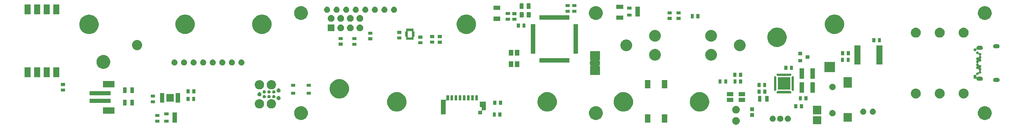
<source format=gbr>
G04 #@! TF.GenerationSoftware,KiCad,Pcbnew,(5.1.4-0-10_14)*
G04 #@! TF.CreationDate,2021-04-14T17:20:28-04:00*
G04 #@! TF.ProjectId,Vindor,56696e64-6f72-42e6-9b69-6361645f7063,rev?*
G04 #@! TF.SameCoordinates,Original*
G04 #@! TF.FileFunction,Soldermask,Top*
G04 #@! TF.FilePolarity,Negative*
%FSLAX46Y46*%
G04 Gerber Fmt 4.6, Leading zero omitted, Abs format (unit mm)*
G04 Created by KiCad (PCBNEW (5.1.4-0-10_14)) date 2021-04-14 17:20:28*
%MOMM*%
%LPD*%
G04 APERTURE LIST*
%ADD10C,0.500000*%
%ADD11C,0.100000*%
G04 APERTURE END LIST*
D10*
G36*
X204971400Y10232000D02*
G01*
X204821400Y10382000D01*
X204821400Y12882000D01*
X207471400Y12882000D01*
X207471400Y10232000D01*
X204971400Y10232000D01*
G37*
X204971400Y10232000D02*
X204821400Y10382000D01*
X204821400Y12882000D01*
X207471400Y12882000D01*
X207471400Y10232000D01*
X204971400Y10232000D01*
D11*
G36*
X193631606Y2556891D02*
G01*
X193697036Y2543876D01*
X193881936Y2467288D01*
X194048342Y2356099D01*
X194189859Y2214582D01*
X194301048Y2048176D01*
X194353371Y1921858D01*
X194377636Y1863275D01*
X194416680Y1666989D01*
X194416680Y1466851D01*
X194392641Y1346000D01*
X194377636Y1270564D01*
X194301048Y1085664D01*
X194189859Y919258D01*
X194048342Y777741D01*
X193881936Y666552D01*
X193697036Y589964D01*
X193631606Y576949D01*
X193500749Y550920D01*
X193300611Y550920D01*
X193169754Y576949D01*
X193104324Y589964D01*
X192919424Y666552D01*
X192753018Y777741D01*
X192611501Y919258D01*
X192500312Y1085664D01*
X192423724Y1270564D01*
X192408719Y1346000D01*
X192384680Y1466851D01*
X192384680Y1666989D01*
X192423724Y1863275D01*
X192447990Y1921858D01*
X192500312Y2048176D01*
X192611501Y2214582D01*
X192753018Y2356099D01*
X192919424Y2467288D01*
X193104324Y2543876D01*
X193169754Y2556891D01*
X193300611Y2582920D01*
X193500749Y2582920D01*
X193631606Y2556891D01*
X193631606Y2556891D01*
G37*
G36*
X216075200Y686779D02*
G01*
X213873200Y686779D01*
X213873200Y2788779D01*
X216075200Y2788779D01*
X216075200Y686779D01*
X216075200Y686779D01*
G37*
G36*
X40241220Y1122680D02*
G01*
X39138860Y1122680D01*
X39138860Y1925320D01*
X40241220Y1925320D01*
X40241220Y1122680D01*
X40241220Y1122680D01*
G37*
G36*
X175183800Y1139200D02*
G01*
X173681800Y1139200D01*
X173681800Y3341200D01*
X175183800Y3341200D01*
X175183800Y1139200D01*
X175183800Y1139200D01*
G37*
G36*
X170683800Y1139200D02*
G01*
X169181800Y1139200D01*
X169181800Y3341200D01*
X170683800Y3341200D01*
X170683800Y1139200D01*
X170683800Y1139200D01*
G37*
G36*
X44899100Y1165740D02*
G01*
X43737100Y1165740D01*
X43737100Y3817740D01*
X44899100Y3817740D01*
X44899100Y1165740D01*
X44899100Y1165740D01*
G37*
G36*
X42699100Y1165740D02*
G01*
X41537100Y1165740D01*
X41537100Y1917740D01*
X42699100Y1917740D01*
X42699100Y1165740D01*
X42699100Y1165740D01*
G37*
G36*
X207392742Y2940758D02*
G01*
X207540701Y2879471D01*
X207673855Y2790501D01*
X207787101Y2677255D01*
X207876071Y2544101D01*
X207937358Y2396142D01*
X207968600Y2239075D01*
X207968600Y2078925D01*
X207937358Y1921858D01*
X207876071Y1773899D01*
X207787101Y1640745D01*
X207673855Y1527499D01*
X207540701Y1438529D01*
X207392742Y1377242D01*
X207235675Y1346000D01*
X207075525Y1346000D01*
X206918458Y1377242D01*
X206770499Y1438529D01*
X206637345Y1527499D01*
X206524099Y1640745D01*
X206435129Y1773899D01*
X206373842Y1921858D01*
X206342600Y2078925D01*
X206342600Y2239075D01*
X206373842Y2396142D01*
X206435129Y2544101D01*
X206524099Y2677255D01*
X206637345Y2790501D01*
X206770499Y2879471D01*
X206918458Y2940758D01*
X207075525Y2972000D01*
X207235675Y2972000D01*
X207392742Y2940758D01*
X207392742Y2940758D01*
G37*
G36*
X205392742Y2940758D02*
G01*
X205540701Y2879471D01*
X205673855Y2790501D01*
X205787101Y2677255D01*
X205876071Y2544101D01*
X205937358Y2396142D01*
X205968600Y2239075D01*
X205968600Y2078925D01*
X205937358Y1921858D01*
X205876071Y1773899D01*
X205787101Y1640745D01*
X205673855Y1527499D01*
X205540701Y1438529D01*
X205392742Y1377242D01*
X205235675Y1346000D01*
X205075525Y1346000D01*
X204918458Y1377242D01*
X204770499Y1438529D01*
X204637345Y1527499D01*
X204524099Y1640745D01*
X204435129Y1773899D01*
X204373842Y1921858D01*
X204342600Y2078925D01*
X204342600Y2239075D01*
X204373842Y2396142D01*
X204435129Y2544101D01*
X204524099Y2677255D01*
X204637345Y2790501D01*
X204770499Y2879471D01*
X204918458Y2940758D01*
X205075525Y2972000D01*
X205235675Y2972000D01*
X205392742Y2940758D01*
X205392742Y2940758D01*
G37*
G36*
X203392742Y2940758D02*
G01*
X203540701Y2879471D01*
X203673855Y2790501D01*
X203787101Y2677255D01*
X203876071Y2544101D01*
X203937358Y2396142D01*
X203968600Y2239075D01*
X203968600Y2078925D01*
X203937358Y1921858D01*
X203876071Y1773899D01*
X203787101Y1640745D01*
X203673855Y1527499D01*
X203540701Y1438529D01*
X203392742Y1377242D01*
X203235675Y1346000D01*
X203075525Y1346000D01*
X202918458Y1377242D01*
X202770499Y1438529D01*
X202637345Y1527499D01*
X202524099Y1640745D01*
X202435129Y1773899D01*
X202373842Y1921858D01*
X202342600Y2078925D01*
X202342600Y2239075D01*
X202373842Y2396142D01*
X202435129Y2544101D01*
X202524099Y2677255D01*
X202637345Y2790501D01*
X202770499Y2879471D01*
X202918458Y2940758D01*
X203075525Y2972000D01*
X203235675Y2972000D01*
X203392742Y2940758D01*
X203392742Y2940758D01*
G37*
G36*
X224175200Y1386779D02*
G01*
X221973200Y1386779D01*
X221973200Y3688779D01*
X224175200Y3688779D01*
X224175200Y1386779D01*
X224175200Y1386779D01*
G37*
G36*
X259767498Y5476615D02*
G01*
X260003831Y5429606D01*
X260280467Y5315019D01*
X260337757Y5291289D01*
X260337761Y5291287D01*
X260638290Y5090480D01*
X260893870Y4834900D01*
X261094677Y4534371D01*
X261232996Y4200441D01*
X261280005Y3964108D01*
X261303510Y3845943D01*
X261303510Y3484497D01*
X261280005Y3366332D01*
X261232996Y3129999D01*
X261094677Y2796069D01*
X260893870Y2495540D01*
X260638290Y2239960D01*
X260337761Y2039153D01*
X260003831Y1900834D01*
X259767498Y1853825D01*
X259649333Y1830320D01*
X259287887Y1830320D01*
X259169722Y1853825D01*
X258933389Y1900834D01*
X258599459Y2039153D01*
X258298930Y2239960D01*
X258043350Y2495540D01*
X257842543Y2796069D01*
X257704224Y3129999D01*
X257657215Y3366332D01*
X257633710Y3484497D01*
X257633710Y3845943D01*
X257657215Y3964108D01*
X257704224Y4200441D01*
X257842543Y4534371D01*
X258043350Y4834900D01*
X258298930Y5090480D01*
X258599459Y5291287D01*
X258599464Y5291289D01*
X258656753Y5315019D01*
X258933389Y5429606D01*
X259169722Y5476615D01*
X259287887Y5500120D01*
X259649333Y5500120D01*
X259767498Y5476615D01*
X259767498Y5476615D01*
G37*
G36*
X78182908Y5476615D02*
G01*
X78419241Y5429606D01*
X78695877Y5315019D01*
X78753167Y5291289D01*
X78753171Y5291287D01*
X79053700Y5090480D01*
X79309280Y4834900D01*
X79510087Y4534371D01*
X79648406Y4200441D01*
X79695415Y3964108D01*
X79718920Y3845943D01*
X79718920Y3484497D01*
X79695415Y3366332D01*
X79648406Y3129999D01*
X79510087Y2796069D01*
X79309280Y2495540D01*
X79053700Y2239960D01*
X78753171Y2039153D01*
X78419241Y1900834D01*
X78182908Y1853825D01*
X78064743Y1830320D01*
X77703297Y1830320D01*
X77585132Y1853825D01*
X77348799Y1900834D01*
X77014869Y2039153D01*
X76714340Y2239960D01*
X76458760Y2495540D01*
X76257953Y2796069D01*
X76119634Y3129999D01*
X76072625Y3366332D01*
X76049120Y3484497D01*
X76049120Y3845943D01*
X76072625Y3964108D01*
X76119634Y4200441D01*
X76257953Y4534371D01*
X76458760Y4834900D01*
X76714340Y5090480D01*
X77014869Y5291287D01*
X77014874Y5291289D01*
X77072163Y5315019D01*
X77348799Y5429606D01*
X77585132Y5476615D01*
X77703297Y5500120D01*
X78064743Y5500120D01*
X78182908Y5476615D01*
X78182908Y5476615D01*
G37*
G36*
X156491108Y5476617D02*
G01*
X156727441Y5429608D01*
X157061371Y5291289D01*
X157361900Y5090482D01*
X157617480Y4834902D01*
X157818287Y4534373D01*
X157956606Y4200443D01*
X157972727Y4119398D01*
X158027120Y3845945D01*
X158027120Y3484499D01*
X158015070Y3423920D01*
X157956606Y3130001D01*
X157818287Y2796071D01*
X157617480Y2495542D01*
X157361900Y2239962D01*
X157061371Y2039155D01*
X157061370Y2039154D01*
X157061369Y2039154D01*
X157061364Y2039152D01*
X156727441Y1900836D01*
X156538613Y1863276D01*
X156372943Y1830322D01*
X156011497Y1830322D01*
X155845827Y1863276D01*
X155656999Y1900836D01*
X155323076Y2039152D01*
X155323071Y2039154D01*
X155323070Y2039154D01*
X155323069Y2039155D01*
X155022540Y2239962D01*
X154766960Y2495542D01*
X154566153Y2796071D01*
X154427834Y3130001D01*
X154369370Y3423920D01*
X154357320Y3484499D01*
X154357320Y3845945D01*
X154411713Y4119398D01*
X154427834Y4200443D01*
X154566153Y4534373D01*
X154766960Y4834902D01*
X155022540Y5090482D01*
X155323069Y5291289D01*
X155656999Y5429608D01*
X155893332Y5476617D01*
X156011497Y5500122D01*
X156372943Y5500122D01*
X156491108Y5476617D01*
X156491108Y5476617D01*
G37*
G36*
X40241220Y2621280D02*
G01*
X39138860Y2621280D01*
X39138860Y3423920D01*
X40241220Y3423920D01*
X40241220Y2621280D01*
X40241220Y2621280D01*
G37*
G36*
X198163180Y2674620D02*
G01*
X197162420Y2674620D01*
X197162420Y3675380D01*
X198163180Y3675380D01*
X198163180Y2674620D01*
X198163180Y2674620D01*
G37*
G36*
X129603500Y2771140D02*
G01*
X128800860Y2771140D01*
X128800860Y3873500D01*
X129603500Y3873500D01*
X129603500Y2771140D01*
X129603500Y2771140D01*
G37*
G36*
X131102100Y2771140D02*
G01*
X130299460Y2771140D01*
X130299460Y3873500D01*
X131102100Y3873500D01*
X131102100Y2771140D01*
X131102100Y2771140D01*
G37*
G36*
X219272312Y4456296D02*
G01*
X219427184Y4392146D01*
X219566565Y4299014D01*
X219685099Y4180480D01*
X219778231Y4041099D01*
X219842381Y3886227D01*
X219875084Y3721815D01*
X219875084Y3554183D01*
X219842381Y3389771D01*
X219778231Y3234899D01*
X219685099Y3095518D01*
X219566565Y2976984D01*
X219427184Y2883852D01*
X219272312Y2819702D01*
X219107900Y2786999D01*
X218940268Y2786999D01*
X218775856Y2819702D01*
X218620984Y2883852D01*
X218481603Y2976984D01*
X218363069Y3095518D01*
X218269937Y3234899D01*
X218205787Y3389771D01*
X218173084Y3554183D01*
X218173084Y3721815D01*
X218205787Y3886227D01*
X218269937Y4041099D01*
X218363069Y4180480D01*
X218481603Y4299014D01*
X218620984Y4392146D01*
X218775856Y4456296D01*
X218940268Y4488999D01*
X219107900Y4488999D01*
X219272312Y4456296D01*
X219272312Y4456296D01*
G37*
G36*
X42699100Y3065740D02*
G01*
X41537100Y3065740D01*
X41537100Y3817740D01*
X42699100Y3817740D01*
X42699100Y3065740D01*
X42699100Y3065740D01*
G37*
G36*
X229859296Y4834902D02*
G01*
X229967350Y4813409D01*
X230113689Y4752793D01*
X230245390Y4664793D01*
X230357393Y4552790D01*
X230445393Y4421089D01*
X230506009Y4274750D01*
X230536910Y4119398D01*
X230536910Y3961002D01*
X230506009Y3805650D01*
X230445393Y3659311D01*
X230357393Y3527610D01*
X230245390Y3415607D01*
X230113689Y3327607D01*
X229967350Y3266991D01*
X229889674Y3251540D01*
X229811999Y3236090D01*
X229653601Y3236090D01*
X229575926Y3251540D01*
X229498250Y3266991D01*
X229351911Y3327607D01*
X229220210Y3415607D01*
X229108207Y3527610D01*
X229020207Y3659311D01*
X228959591Y3805650D01*
X228928690Y3961002D01*
X228928690Y4119398D01*
X228959591Y4274750D01*
X229020207Y4421089D01*
X229108207Y4552790D01*
X229220210Y4664793D01*
X229351911Y4752793D01*
X229498250Y4813409D01*
X229606304Y4834902D01*
X229653601Y4844310D01*
X229811999Y4844310D01*
X229859296Y4834902D01*
X229859296Y4834902D01*
G37*
G36*
X227319296Y4834902D02*
G01*
X227427350Y4813409D01*
X227573689Y4752793D01*
X227705390Y4664793D01*
X227817393Y4552790D01*
X227905393Y4421089D01*
X227966009Y4274750D01*
X227996910Y4119398D01*
X227996910Y3961002D01*
X227966009Y3805650D01*
X227905393Y3659311D01*
X227817393Y3527610D01*
X227705390Y3415607D01*
X227573689Y3327607D01*
X227427350Y3266991D01*
X227349674Y3251540D01*
X227271999Y3236090D01*
X227113601Y3236090D01*
X227035926Y3251540D01*
X226958250Y3266991D01*
X226811911Y3327607D01*
X226680210Y3415607D01*
X226568207Y3527610D01*
X226480207Y3659311D01*
X226419591Y3805650D01*
X226388690Y3961002D01*
X226388690Y4119398D01*
X226419591Y4274750D01*
X226480207Y4421089D01*
X226568207Y4552790D01*
X226680210Y4664793D01*
X226811911Y4752793D01*
X226958250Y4813409D01*
X227066304Y4834902D01*
X227113601Y4844310D01*
X227271999Y4844310D01*
X227319296Y4834902D01*
X227319296Y4834902D01*
G37*
G36*
X216075200Y3286779D02*
G01*
X213873200Y3286779D01*
X213873200Y5588779D01*
X216075200Y5588779D01*
X216075200Y3286779D01*
X216075200Y3286779D01*
G37*
G36*
X126946720Y4402739D02*
G01*
X126121719Y4402739D01*
X126097333Y4400337D01*
X126073884Y4393224D01*
X126052273Y4381673D01*
X126033331Y4366128D01*
X126017786Y4347186D01*
X126006235Y4325575D01*
X125999122Y4302126D01*
X125996720Y4277740D01*
X125996720Y3302739D01*
X124944720Y3302739D01*
X124944720Y4254739D01*
X125719721Y4254739D01*
X125744107Y4257141D01*
X125767556Y4264254D01*
X125789167Y4275805D01*
X125808109Y4291350D01*
X125823654Y4310292D01*
X125835205Y4331903D01*
X125842318Y4355352D01*
X125844720Y4379738D01*
X125844720Y5127740D01*
X125842318Y5152126D01*
X125835205Y5175575D01*
X125823654Y5197186D01*
X125808109Y5216128D01*
X125789167Y5231673D01*
X125767556Y5243224D01*
X125744107Y5250337D01*
X125719721Y5252739D01*
X125394720Y5252739D01*
X125394720Y6754739D01*
X126946720Y6754739D01*
X126946720Y4402739D01*
X126946720Y4402739D01*
G37*
G36*
X117196720Y7052739D02*
G01*
X116471719Y7052739D01*
X116447333Y7050337D01*
X116423884Y7043224D01*
X116402273Y7031673D01*
X116383331Y7016128D01*
X116367786Y6997186D01*
X116356235Y6975575D01*
X116349122Y6952126D01*
X116346720Y6927740D01*
X116346720Y3302739D01*
X115044720Y3302739D01*
X115044720Y7194739D01*
X116369721Y7194739D01*
X116394107Y7197141D01*
X116417556Y7204254D01*
X116439167Y7215805D01*
X116458109Y7231350D01*
X116473654Y7250292D01*
X116485205Y7271903D01*
X116492318Y7295352D01*
X116494720Y7319738D01*
X116494720Y8404739D01*
X117196720Y8404739D01*
X117196720Y7052739D01*
X117196720Y7052739D01*
G37*
G36*
X28362800Y3516980D02*
G01*
X25260800Y3516980D01*
X25260800Y5218980D01*
X28362800Y5218980D01*
X28362800Y3516980D01*
X28362800Y3516980D01*
G37*
G36*
X193631606Y5556891D02*
G01*
X193697036Y5543876D01*
X193881936Y5467288D01*
X194048342Y5356099D01*
X194189859Y5214582D01*
X194301048Y5048176D01*
X194377636Y4863276D01*
X194383280Y4834902D01*
X194416680Y4666989D01*
X194416680Y4466851D01*
X194401820Y4392147D01*
X194377636Y4270564D01*
X194301048Y4085664D01*
X194189859Y3919258D01*
X194048342Y3777741D01*
X193881936Y3666552D01*
X193697036Y3589964D01*
X193631606Y3576949D01*
X193500749Y3550920D01*
X193300611Y3550920D01*
X193169754Y3576949D01*
X193104324Y3589964D01*
X192919424Y3666552D01*
X192753018Y3777741D01*
X192611501Y3919258D01*
X192500312Y4085664D01*
X192423724Y4270564D01*
X192399540Y4392147D01*
X192384680Y4466851D01*
X192384680Y4666989D01*
X192418080Y4834902D01*
X192423724Y4863276D01*
X192500312Y5048176D01*
X192611501Y5214582D01*
X192753018Y5356099D01*
X192919424Y5467288D01*
X193104324Y5543876D01*
X193169754Y5556891D01*
X193300611Y5582920D01*
X193500749Y5582920D01*
X193631606Y5556891D01*
X193631606Y5556891D01*
G37*
G36*
X184470251Y9136558D02*
G01*
X184664609Y9056052D01*
X184939473Y8942200D01*
X185361760Y8660036D01*
X185720886Y8300910D01*
X186003050Y7878623D01*
X186094467Y7657922D01*
X186197408Y7409401D01*
X186296490Y6911282D01*
X186296490Y6403398D01*
X186197408Y5905279D01*
X186149220Y5788944D01*
X186003050Y5436057D01*
X185720886Y5013770D01*
X185361760Y4654644D01*
X184939473Y4372480D01*
X184693425Y4270564D01*
X184470251Y4178122D01*
X183972132Y4079040D01*
X183464248Y4079040D01*
X182966129Y4178122D01*
X182742955Y4270564D01*
X182496907Y4372480D01*
X182074620Y4654644D01*
X181715494Y5013770D01*
X181433330Y5436057D01*
X181287160Y5788944D01*
X181238972Y5905279D01*
X181139890Y6403398D01*
X181139890Y6911282D01*
X181238972Y7409401D01*
X181341913Y7657922D01*
X181433330Y7878623D01*
X181715494Y8300910D01*
X182074620Y8660036D01*
X182496907Y8942200D01*
X182771771Y9056052D01*
X182966129Y9136558D01*
X183464248Y9235640D01*
X183972132Y9235640D01*
X184470251Y9136558D01*
X184470251Y9136558D01*
G37*
G36*
X144008061Y9136558D02*
G01*
X144202419Y9056052D01*
X144477283Y8942200D01*
X144899570Y8660036D01*
X145258696Y8300910D01*
X145540860Y7878623D01*
X145632277Y7657922D01*
X145735218Y7409401D01*
X145834300Y6911282D01*
X145834300Y6403398D01*
X145735218Y5905279D01*
X145687030Y5788944D01*
X145540860Y5436057D01*
X145258696Y5013770D01*
X144899570Y4654644D01*
X144477283Y4372480D01*
X144231235Y4270564D01*
X144008061Y4178122D01*
X143509942Y4079040D01*
X143002058Y4079040D01*
X142503939Y4178122D01*
X142280765Y4270564D01*
X142034717Y4372480D01*
X141612430Y4654644D01*
X141253304Y5013770D01*
X140971140Y5436057D01*
X140824970Y5788944D01*
X140776782Y5905279D01*
X140677700Y6403398D01*
X140677700Y6911282D01*
X140776782Y7409401D01*
X140879723Y7657922D01*
X140971140Y7878623D01*
X141253304Y8300910D01*
X141612430Y8660036D01*
X142034717Y8942200D01*
X142309581Y9056052D01*
X142503939Y9136558D01*
X143002058Y9235640D01*
X143509942Y9235640D01*
X144008061Y9136558D01*
X144008061Y9136558D01*
G37*
G36*
X104079251Y9136558D02*
G01*
X104273609Y9056052D01*
X104548473Y8942200D01*
X104970760Y8660036D01*
X105329886Y8300910D01*
X105612050Y7878623D01*
X105703467Y7657922D01*
X105806408Y7409401D01*
X105905490Y6911282D01*
X105905490Y6403398D01*
X105806408Y5905279D01*
X105758220Y5788944D01*
X105612050Y5436057D01*
X105329886Y5013770D01*
X104970760Y4654644D01*
X104548473Y4372480D01*
X104302425Y4270564D01*
X104079251Y4178122D01*
X103581132Y4079040D01*
X103073248Y4079040D01*
X102575129Y4178122D01*
X102351955Y4270564D01*
X102105907Y4372480D01*
X101683620Y4654644D01*
X101324494Y5013770D01*
X101042330Y5436057D01*
X100896160Y5788944D01*
X100847972Y5905279D01*
X100748890Y6403398D01*
X100748890Y6911282D01*
X100847972Y7409401D01*
X100950913Y7657922D01*
X101042330Y7878623D01*
X101324494Y8300910D01*
X101683620Y8660036D01*
X102105907Y8942200D01*
X102380771Y9056052D01*
X102575129Y9136558D01*
X103073248Y9235640D01*
X103581132Y9235640D01*
X104079251Y9136558D01*
X104079251Y9136558D01*
G37*
G36*
X164239161Y9136558D02*
G01*
X164433519Y9056052D01*
X164708383Y8942200D01*
X165130670Y8660036D01*
X165489796Y8300910D01*
X165771960Y7878623D01*
X165863377Y7657922D01*
X165966318Y7409401D01*
X166065400Y6911282D01*
X166065400Y6403398D01*
X165966318Y5905279D01*
X165918130Y5788944D01*
X165771960Y5436057D01*
X165489796Y5013770D01*
X165130670Y4654644D01*
X164708383Y4372480D01*
X164462335Y4270564D01*
X164239161Y4178122D01*
X163741042Y4079040D01*
X163233158Y4079040D01*
X162735039Y4178122D01*
X162511865Y4270564D01*
X162265817Y4372480D01*
X161843530Y4654644D01*
X161484404Y5013770D01*
X161202240Y5436057D01*
X161056070Y5788944D01*
X161007882Y5905279D01*
X160908800Y6403398D01*
X160908800Y6911282D01*
X161007882Y7409401D01*
X161110823Y7657922D01*
X161202240Y7878623D01*
X161484404Y8300910D01*
X161843530Y8660036D01*
X162265817Y8942200D01*
X162540681Y9056052D01*
X162735039Y9136558D01*
X163233158Y9235640D01*
X163741042Y9235640D01*
X164239161Y9136558D01*
X164239161Y9136558D01*
G37*
G36*
X198163180Y4173220D02*
G01*
X197162420Y4173220D01*
X197162420Y5173980D01*
X198163180Y5173980D01*
X198163180Y4173220D01*
X198163180Y4173220D01*
G37*
G36*
X209689700Y4909820D02*
G01*
X208887060Y4909820D01*
X208887060Y6012180D01*
X209689700Y6012180D01*
X209689700Y4909820D01*
X209689700Y4909820D01*
G37*
G36*
X211188300Y4909820D02*
G01*
X210385660Y4909820D01*
X210385660Y6012180D01*
X211188300Y6012180D01*
X211188300Y4909820D01*
X211188300Y4909820D01*
G37*
G36*
X70173831Y7381927D02*
G01*
X70379057Y7341106D01*
X70604450Y7247745D01*
X70807298Y7112206D01*
X70979806Y6939698D01*
X71115345Y6736850D01*
X71208706Y6511457D01*
X71256300Y6272182D01*
X71256300Y6028218D01*
X71208706Y5788943D01*
X71115345Y5563550D01*
X70979806Y5360702D01*
X70807298Y5188194D01*
X70604450Y5052655D01*
X70379057Y4959294D01*
X70173831Y4918473D01*
X70139783Y4911700D01*
X69895817Y4911700D01*
X69861769Y4918473D01*
X69656543Y4959294D01*
X69431150Y5052655D01*
X69228302Y5188194D01*
X69055794Y5360702D01*
X68920255Y5563550D01*
X68826894Y5788943D01*
X68779300Y6028218D01*
X68779300Y6272182D01*
X68826894Y6511457D01*
X68920255Y6736850D01*
X69055794Y6939698D01*
X69228302Y7112206D01*
X69431150Y7247745D01*
X69656543Y7341106D01*
X69861769Y7381927D01*
X69895817Y7388700D01*
X70139783Y7388700D01*
X70173831Y7381927D01*
X70173831Y7381927D01*
G37*
G36*
X66998831Y7381927D02*
G01*
X67204057Y7341106D01*
X67429450Y7247745D01*
X67632298Y7112206D01*
X67804806Y6939698D01*
X67940345Y6736850D01*
X68033706Y6511457D01*
X68081300Y6272182D01*
X68081300Y6028218D01*
X68033706Y5788943D01*
X67940345Y5563550D01*
X67804806Y5360702D01*
X67632298Y5188194D01*
X67429450Y5052655D01*
X67204057Y4959294D01*
X66998831Y4918473D01*
X66964783Y4911700D01*
X66720817Y4911700D01*
X66686769Y4918473D01*
X66481543Y4959294D01*
X66256150Y5052655D01*
X66053302Y5188194D01*
X65880794Y5360702D01*
X65745255Y5563550D01*
X65651894Y5788943D01*
X65604300Y6028218D01*
X65604300Y6272182D01*
X65651894Y6511457D01*
X65745255Y6736850D01*
X65880794Y6939698D01*
X66053302Y7112206D01*
X66256150Y7247745D01*
X66481543Y7341106D01*
X66686769Y7381927D01*
X66720817Y7388700D01*
X66964783Y7388700D01*
X66998831Y7381927D01*
X66998831Y7381927D01*
G37*
G36*
X33468310Y5683250D02*
G01*
X32566610Y5683250D01*
X32566610Y7184390D01*
X33468310Y7184390D01*
X33468310Y5683250D01*
X33468310Y5683250D01*
G37*
G36*
X31568390Y5683250D02*
G01*
X30666690Y5683250D01*
X30666690Y7184390D01*
X31568390Y7184390D01*
X31568390Y5683250D01*
X31568390Y5683250D01*
G37*
G36*
X129755900Y5864860D02*
G01*
X128953260Y5864860D01*
X128953260Y6967220D01*
X129755900Y6967220D01*
X129755900Y5864860D01*
X129755900Y5864860D01*
G37*
G36*
X131254500Y5864860D02*
G01*
X130451860Y5864860D01*
X130451860Y6967220D01*
X131254500Y6967220D01*
X131254500Y5864860D01*
X131254500Y5864860D01*
G37*
G36*
X39128700Y6286500D02*
G01*
X38026340Y6286500D01*
X38026340Y7089140D01*
X39128700Y7089140D01*
X39128700Y6286500D01*
X39128700Y6286500D01*
G37*
G36*
X27362800Y6416980D02*
G01*
X21760800Y6416980D01*
X21760800Y7518980D01*
X27362800Y7518980D01*
X27362800Y6416980D01*
X27362800Y6416980D01*
G37*
G36*
X41561100Y6479140D02*
G01*
X40421100Y6479140D01*
X40421100Y8969140D01*
X41561100Y8969140D01*
X41561100Y6479140D01*
X41561100Y6479140D01*
G37*
G36*
X45761100Y6479140D02*
G01*
X44621100Y6479140D01*
X44621100Y8969140D01*
X45761100Y8969140D01*
X45761100Y6479140D01*
X45761100Y6479140D01*
G37*
G36*
X195800980Y6616700D02*
G01*
X194099180Y6616700D01*
X194099180Y7719060D01*
X195800980Y7719060D01*
X195800980Y6616700D01*
X195800980Y6616700D01*
G37*
G36*
X192702180Y6616700D02*
G01*
X191000380Y6616700D01*
X191000380Y7719060D01*
X192702180Y7719060D01*
X192702180Y6616700D01*
X192702180Y6616700D01*
G37*
G36*
X44082100Y6683140D02*
G01*
X42100100Y6683140D01*
X42100100Y8765140D01*
X44082100Y8765140D01*
X44082100Y6683140D01*
X44082100Y6683140D01*
G37*
G36*
X202060810Y6742430D02*
G01*
X201159110Y6742430D01*
X201159110Y8243570D01*
X202060810Y8243570D01*
X202060810Y6742430D01*
X202060810Y6742430D01*
G37*
G36*
X200160890Y6742430D02*
G01*
X199259190Y6742430D01*
X199259190Y8243570D01*
X200160890Y8243570D01*
X200160890Y6742430D01*
X200160890Y6742430D01*
G37*
G36*
X49791620Y6893560D02*
G01*
X48988980Y6893560D01*
X48988980Y7995920D01*
X49791620Y7995920D01*
X49791620Y6893560D01*
X49791620Y6893560D01*
G37*
G36*
X48293020Y6893560D02*
G01*
X47490380Y6893560D01*
X47490380Y7995920D01*
X48293020Y7995920D01*
X48293020Y6893560D01*
X48293020Y6893560D01*
G37*
G36*
X123796720Y7052739D02*
G01*
X123094720Y7052739D01*
X123094720Y8404739D01*
X123796720Y8404739D01*
X123796720Y7052739D01*
X123796720Y7052739D01*
G37*
G36*
X124896720Y7052739D02*
G01*
X124194720Y7052739D01*
X124194720Y8404739D01*
X124896720Y8404739D01*
X124896720Y7052739D01*
X124896720Y7052739D01*
G37*
G36*
X122696720Y7052739D02*
G01*
X121994720Y7052739D01*
X121994720Y8404739D01*
X122696720Y8404739D01*
X122696720Y7052739D01*
X122696720Y7052739D01*
G37*
G36*
X121596720Y7052739D02*
G01*
X120894720Y7052739D01*
X120894720Y8404739D01*
X121596720Y8404739D01*
X121596720Y7052739D01*
X121596720Y7052739D01*
G37*
G36*
X120496720Y7052739D02*
G01*
X119794720Y7052739D01*
X119794720Y8404739D01*
X120496720Y8404739D01*
X120496720Y7052739D01*
X120496720Y7052739D01*
G37*
G36*
X119396720Y7052739D02*
G01*
X118694720Y7052739D01*
X118694720Y8404739D01*
X119396720Y8404739D01*
X119396720Y7052739D01*
X119396720Y7052739D01*
G37*
G36*
X118296720Y7052739D02*
G01*
X117594720Y7052739D01*
X117594720Y8404739D01*
X118296720Y8404739D01*
X118296720Y7052739D01*
X118296720Y7052739D01*
G37*
G36*
X212389720Y7068820D02*
G01*
X211587080Y7068820D01*
X211587080Y8171180D01*
X212389720Y8171180D01*
X212389720Y7068820D01*
X212389720Y7068820D01*
G37*
G36*
X210891120Y7068820D02*
G01*
X210088480Y7068820D01*
X210088480Y8171180D01*
X210891120Y8171180D01*
X210891120Y7068820D01*
X210891120Y7068820D01*
G37*
G36*
X72082208Y8199699D02*
G01*
X72168061Y8164137D01*
X72181665Y8158502D01*
X72217670Y8134444D01*
X72271172Y8098695D01*
X72347295Y8022572D01*
X72407103Y7933063D01*
X72448299Y7833608D01*
X72469300Y7728027D01*
X72469300Y7620373D01*
X72448299Y7514792D01*
X72407103Y7415337D01*
X72407102Y7415335D01*
X72403137Y7409401D01*
X72347295Y7325828D01*
X72271172Y7249705D01*
X72243702Y7231350D01*
X72181665Y7189898D01*
X72181664Y7189897D01*
X72181663Y7189897D01*
X72082208Y7148701D01*
X71976627Y7127700D01*
X71868973Y7127700D01*
X71763392Y7148701D01*
X71663937Y7189897D01*
X71663936Y7189897D01*
X71663935Y7189898D01*
X71601898Y7231350D01*
X71574428Y7249705D01*
X71498305Y7325828D01*
X71442463Y7409401D01*
X71438498Y7415335D01*
X71438497Y7415337D01*
X71397301Y7514792D01*
X71376300Y7620373D01*
X71376300Y7728027D01*
X71397301Y7833608D01*
X71438497Y7933063D01*
X71498305Y8022572D01*
X71574428Y8098695D01*
X71627930Y8134444D01*
X71663935Y8158502D01*
X71677539Y8164137D01*
X71763392Y8199699D01*
X71868973Y8220700D01*
X71976627Y8220700D01*
X72082208Y8199699D01*
X72082208Y8199699D01*
G37*
G36*
X88813861Y12616358D02*
G01*
X89008219Y12535852D01*
X89283083Y12422000D01*
X89705370Y12139836D01*
X90064496Y11780710D01*
X90346660Y11358423D01*
X90450298Y11108218D01*
X90541018Y10889201D01*
X90640100Y10391082D01*
X90640100Y9883198D01*
X90541018Y9385079D01*
X90470858Y9215699D01*
X90346660Y8915857D01*
X90064496Y8493570D01*
X89705370Y8134444D01*
X89283083Y7852280D01*
X89008219Y7738428D01*
X88813861Y7657922D01*
X88315742Y7558840D01*
X87807858Y7558840D01*
X87309739Y7657922D01*
X87115381Y7738428D01*
X86840517Y7852280D01*
X86418230Y8134444D01*
X86059104Y8493570D01*
X85776940Y8915857D01*
X85652742Y9215699D01*
X85582582Y9385079D01*
X85483500Y9883198D01*
X85483500Y10391082D01*
X85582582Y10889201D01*
X85673302Y11108218D01*
X85776940Y11358423D01*
X86059104Y11780710D01*
X86418230Y12139836D01*
X86840517Y12422000D01*
X87115381Y12535852D01*
X87309739Y12616358D01*
X87807858Y12715440D01*
X88315742Y12715440D01*
X88813861Y12616358D01*
X88813861Y12616358D01*
G37*
G36*
X254107715Y10180317D02*
G01*
X254235322Y10154935D01*
X254353461Y10106000D01*
X254475727Y10055356D01*
X254531501Y10018089D01*
X254692089Y9910788D01*
X254876088Y9726789D01*
X254958040Y9604138D01*
X255020656Y9510427D01*
X255046789Y9447335D01*
X255120235Y9270022D01*
X255135049Y9195544D01*
X255171000Y9014809D01*
X255171000Y8754591D01*
X255168898Y8744026D01*
X255120235Y8499378D01*
X255091141Y8429140D01*
X255020656Y8258973D01*
X255020655Y8258972D01*
X254876088Y8042611D01*
X254692089Y7858612D01*
X254600409Y7797354D01*
X254475727Y7714044D01*
X254376148Y7672797D01*
X254235322Y7614465D01*
X254107715Y7589083D01*
X253980109Y7563700D01*
X253719891Y7563700D01*
X253592285Y7589083D01*
X253464678Y7614465D01*
X253323852Y7672797D01*
X253224273Y7714044D01*
X253099591Y7797354D01*
X253007911Y7858612D01*
X252823912Y8042611D01*
X252679345Y8258972D01*
X252679344Y8258973D01*
X252608859Y8429140D01*
X252579765Y8499378D01*
X252531102Y8744026D01*
X252529000Y8754591D01*
X252529000Y9014809D01*
X252564951Y9195544D01*
X252579765Y9270022D01*
X252653211Y9447335D01*
X252679344Y9510427D01*
X252741960Y9604138D01*
X252823912Y9726789D01*
X253007911Y9910788D01*
X253168499Y10018089D01*
X253224273Y10055356D01*
X253346539Y10106000D01*
X253464678Y10154935D01*
X253592286Y10180318D01*
X253719891Y10205700D01*
X253980109Y10205700D01*
X254107715Y10180317D01*
X254107715Y10180317D01*
G37*
G36*
X247757715Y10180317D02*
G01*
X247885322Y10154935D01*
X248003461Y10106000D01*
X248125727Y10055356D01*
X248181501Y10018089D01*
X248342089Y9910788D01*
X248526088Y9726789D01*
X248608040Y9604138D01*
X248670656Y9510427D01*
X248696789Y9447335D01*
X248770235Y9270022D01*
X248785049Y9195544D01*
X248821000Y9014809D01*
X248821000Y8754591D01*
X248818898Y8744026D01*
X248770235Y8499378D01*
X248741141Y8429140D01*
X248670656Y8258973D01*
X248670655Y8258972D01*
X248526088Y8042611D01*
X248342089Y7858612D01*
X248250409Y7797354D01*
X248125727Y7714044D01*
X248026148Y7672797D01*
X247885322Y7614465D01*
X247757715Y7589083D01*
X247630109Y7563700D01*
X247369891Y7563700D01*
X247242285Y7589083D01*
X247114678Y7614465D01*
X246973852Y7672797D01*
X246874273Y7714044D01*
X246749591Y7797354D01*
X246657911Y7858612D01*
X246473912Y8042611D01*
X246329345Y8258972D01*
X246329344Y8258973D01*
X246258859Y8429140D01*
X246229765Y8499378D01*
X246181102Y8744026D01*
X246179000Y8754591D01*
X246179000Y9014809D01*
X246214951Y9195544D01*
X246229765Y9270022D01*
X246303211Y9447335D01*
X246329344Y9510427D01*
X246391960Y9604138D01*
X246473912Y9726789D01*
X246657911Y9910788D01*
X246818499Y10018089D01*
X246874273Y10055356D01*
X246996539Y10106000D01*
X247114678Y10154935D01*
X247242286Y10180318D01*
X247369891Y10205700D01*
X247630109Y10205700D01*
X247757715Y10180317D01*
X247757715Y10180317D01*
G37*
G36*
X241407715Y10180317D02*
G01*
X241535322Y10154935D01*
X241653461Y10106000D01*
X241775727Y10055356D01*
X241831501Y10018089D01*
X241992089Y9910788D01*
X242176088Y9726789D01*
X242258040Y9604138D01*
X242320656Y9510427D01*
X242346789Y9447335D01*
X242420235Y9270022D01*
X242435049Y9195544D01*
X242471000Y9014809D01*
X242471000Y8754591D01*
X242468898Y8744026D01*
X242420235Y8499378D01*
X242391141Y8429140D01*
X242320656Y8258973D01*
X242320655Y8258972D01*
X242176088Y8042611D01*
X241992089Y7858612D01*
X241900409Y7797354D01*
X241775727Y7714044D01*
X241676148Y7672797D01*
X241535322Y7614465D01*
X241407715Y7589083D01*
X241280109Y7563700D01*
X241019891Y7563700D01*
X240892285Y7589083D01*
X240764678Y7614465D01*
X240623852Y7672797D01*
X240524273Y7714044D01*
X240399591Y7797354D01*
X240307911Y7858612D01*
X240123912Y8042611D01*
X239979345Y8258972D01*
X239979344Y8258973D01*
X239908859Y8429140D01*
X239879765Y8499378D01*
X239831102Y8744026D01*
X239829000Y8754591D01*
X239829000Y9014809D01*
X239864951Y9195544D01*
X239879765Y9270022D01*
X239953211Y9447335D01*
X239979344Y9510427D01*
X240041960Y9604138D01*
X240123912Y9726789D01*
X240307911Y9910788D01*
X240468499Y10018089D01*
X240524273Y10055356D01*
X240646539Y10106000D01*
X240764678Y10154935D01*
X240892286Y10180318D01*
X241019891Y10205700D01*
X241280109Y10205700D01*
X241407715Y10180317D01*
X241407715Y10180317D01*
G37*
G36*
X70782456Y8482619D02*
G01*
X70863348Y8449112D01*
X70863350Y8449111D01*
X70911437Y8416980D01*
X70936152Y8400466D01*
X70998066Y8338552D01*
X71046712Y8265748D01*
X71080219Y8184856D01*
X71097300Y8098981D01*
X71097300Y8011419D01*
X71080219Y7925544D01*
X71046712Y7844652D01*
X71046711Y7844650D01*
X70998066Y7771848D01*
X70936152Y7709934D01*
X70863350Y7661289D01*
X70863349Y7661288D01*
X70863348Y7661288D01*
X70782456Y7627781D01*
X70696581Y7610700D01*
X70609019Y7610700D01*
X70523144Y7627781D01*
X70442252Y7661288D01*
X70442251Y7661288D01*
X70442250Y7661289D01*
X70369448Y7709934D01*
X70307534Y7771848D01*
X70258889Y7844650D01*
X70258888Y7844652D01*
X70225381Y7925544D01*
X70208300Y8011419D01*
X70208300Y8098981D01*
X70225381Y8184856D01*
X70258888Y8265748D01*
X70307534Y8338552D01*
X70369448Y8400466D01*
X70394163Y8416980D01*
X70442250Y8449111D01*
X70442252Y8449112D01*
X70523144Y8482619D01*
X70609019Y8499700D01*
X70696581Y8499700D01*
X70782456Y8482619D01*
X70782456Y8482619D01*
G37*
G36*
X69512456Y8482619D02*
G01*
X69593348Y8449112D01*
X69593350Y8449111D01*
X69641437Y8416980D01*
X69666152Y8400466D01*
X69728066Y8338552D01*
X69776712Y8265748D01*
X69810219Y8184856D01*
X69827300Y8098981D01*
X69827300Y8011419D01*
X69810219Y7925544D01*
X69776712Y7844652D01*
X69776711Y7844650D01*
X69728066Y7771848D01*
X69666152Y7709934D01*
X69593350Y7661289D01*
X69593349Y7661288D01*
X69593348Y7661288D01*
X69512456Y7627781D01*
X69426581Y7610700D01*
X69339019Y7610700D01*
X69253144Y7627781D01*
X69172252Y7661288D01*
X69172251Y7661288D01*
X69172250Y7661289D01*
X69099448Y7709934D01*
X69037534Y7771848D01*
X68988889Y7844650D01*
X68988888Y7844652D01*
X68955381Y7925544D01*
X68938300Y8011419D01*
X68938300Y8098981D01*
X68955381Y8184856D01*
X68988888Y8265748D01*
X69037534Y8338552D01*
X69099448Y8400466D01*
X69124163Y8416980D01*
X69172250Y8449111D01*
X69172252Y8449112D01*
X69253144Y8482619D01*
X69339019Y8499700D01*
X69426581Y8499700D01*
X69512456Y8482619D01*
X69512456Y8482619D01*
G37*
G36*
X68242456Y8482619D02*
G01*
X68323348Y8449112D01*
X68323350Y8449111D01*
X68371437Y8416980D01*
X68396152Y8400466D01*
X68458066Y8338552D01*
X68506712Y8265748D01*
X68540219Y8184856D01*
X68557300Y8098981D01*
X68557300Y8011419D01*
X68540219Y7925544D01*
X68506712Y7844652D01*
X68506711Y7844650D01*
X68458066Y7771848D01*
X68396152Y7709934D01*
X68323350Y7661289D01*
X68323349Y7661288D01*
X68323348Y7661288D01*
X68242456Y7627781D01*
X68156581Y7610700D01*
X68069019Y7610700D01*
X67983144Y7627781D01*
X67902252Y7661288D01*
X67902251Y7661288D01*
X67902250Y7661289D01*
X67829448Y7709934D01*
X67767534Y7771848D01*
X67718889Y7844650D01*
X67718888Y7844652D01*
X67685381Y7925544D01*
X67668300Y8011419D01*
X67668300Y8098981D01*
X67685381Y8184856D01*
X67718888Y8265748D01*
X67767534Y8338552D01*
X67829448Y8400466D01*
X67854163Y8416980D01*
X67902250Y8449111D01*
X67902252Y8449112D01*
X67983144Y8482619D01*
X68069019Y8499700D01*
X68156581Y8499700D01*
X68242456Y8482619D01*
X68242456Y8482619D01*
G37*
G36*
X39128700Y7785100D02*
G01*
X38026340Y7785100D01*
X38026340Y8587740D01*
X39128700Y8587740D01*
X39128700Y7785100D01*
X39128700Y7785100D01*
G37*
G36*
X195800980Y8115300D02*
G01*
X194099180Y8115300D01*
X194099180Y9217660D01*
X195800980Y9217660D01*
X195800980Y8115300D01*
X195800980Y8115300D01*
G37*
G36*
X192702180Y8115300D02*
G01*
X191000380Y8115300D01*
X191000380Y9217660D01*
X192702180Y9217660D01*
X192702180Y8115300D01*
X192702180Y8115300D01*
G37*
G36*
X67002208Y9215699D02*
G01*
X67101663Y9174503D01*
X67101665Y9174502D01*
X67191173Y9114694D01*
X67267294Y9038573D01*
X67321976Y8956737D01*
X67327103Y8949063D01*
X67368299Y8849608D01*
X67389300Y8744027D01*
X67389300Y8636373D01*
X67368299Y8530792D01*
X67327103Y8431337D01*
X67267295Y8341828D01*
X67191172Y8265705D01*
X67158045Y8243570D01*
X67101665Y8205898D01*
X67101664Y8205897D01*
X67101663Y8205897D01*
X67002208Y8164701D01*
X66896627Y8143700D01*
X66788973Y8143700D01*
X66683392Y8164701D01*
X66583937Y8205897D01*
X66583936Y8205897D01*
X66583935Y8205898D01*
X66527555Y8243570D01*
X66494428Y8265705D01*
X66418305Y8341828D01*
X66358497Y8431337D01*
X66317301Y8530792D01*
X66296300Y8636373D01*
X66296300Y8744027D01*
X66317301Y8849608D01*
X66358497Y8949063D01*
X66363625Y8956737D01*
X66418306Y9038573D01*
X66494427Y9114694D01*
X66583935Y9174502D01*
X66583937Y9174503D01*
X66683392Y9215699D01*
X66788973Y9236700D01*
X66896627Y9236700D01*
X67002208Y9215699D01*
X67002208Y9215699D01*
G37*
G36*
X27362800Y8416980D02*
G01*
X21760800Y8416980D01*
X21760800Y9518980D01*
X27362800Y9518980D01*
X27362800Y8416980D01*
X27362800Y8416980D01*
G37*
G36*
X76359620Y8564220D02*
G01*
X75207620Y8564220D01*
X75207620Y9316220D01*
X76359620Y9316220D01*
X76359620Y8564220D01*
X76359620Y8564220D01*
G37*
G36*
X80509620Y8564220D02*
G01*
X79357620Y8564220D01*
X79357620Y9316220D01*
X80509620Y9316220D01*
X80509620Y8564220D01*
X80509620Y8564220D01*
G37*
G36*
X201442320Y8872220D02*
G01*
X200639680Y8872220D01*
X200639680Y9974580D01*
X201442320Y9974580D01*
X201442320Y8872220D01*
X201442320Y8872220D01*
G37*
G36*
X199943720Y8872220D02*
G01*
X199141080Y8872220D01*
X199141080Y9974580D01*
X199943720Y9974580D01*
X199943720Y8872220D01*
X199943720Y8872220D01*
G37*
G36*
X49804320Y8874760D02*
G01*
X49001680Y8874760D01*
X49001680Y9977120D01*
X49804320Y9977120D01*
X49804320Y8874760D01*
X49804320Y8874760D01*
G37*
G36*
X48305720Y8874760D02*
G01*
X47503080Y8874760D01*
X47503080Y9977120D01*
X48305720Y9977120D01*
X48305720Y8874760D01*
X48305720Y8874760D01*
G37*
G36*
X68242456Y9752619D02*
G01*
X68323348Y9719112D01*
X68323350Y9719111D01*
X68396152Y9670466D01*
X68458066Y9608552D01*
X68502914Y9541433D01*
X68506712Y9535748D01*
X68540219Y9454856D01*
X68557300Y9368981D01*
X68557300Y9281419D01*
X68540219Y9195544D01*
X68515785Y9136557D01*
X68506711Y9114650D01*
X68458066Y9041848D01*
X68396152Y8979934D01*
X68323350Y8931289D01*
X68323349Y8931288D01*
X68323348Y8931288D01*
X68242456Y8897781D01*
X68156581Y8880700D01*
X68069019Y8880700D01*
X67983144Y8897781D01*
X67902252Y8931288D01*
X67902251Y8931288D01*
X67902250Y8931289D01*
X67829448Y8979934D01*
X67767534Y9041848D01*
X67718889Y9114650D01*
X67709815Y9136557D01*
X67685381Y9195544D01*
X67668300Y9281419D01*
X67668300Y9368981D01*
X67685381Y9454856D01*
X67718888Y9535748D01*
X67722687Y9541433D01*
X67767534Y9608552D01*
X67829448Y9670466D01*
X67902250Y9719111D01*
X67902252Y9719112D01*
X67983144Y9752619D01*
X68069019Y9769700D01*
X68156581Y9769700D01*
X68242456Y9752619D01*
X68242456Y9752619D01*
G37*
G36*
X69512456Y9752619D02*
G01*
X69593348Y9719112D01*
X69593350Y9719111D01*
X69666152Y9670466D01*
X69728066Y9608552D01*
X69772914Y9541433D01*
X69776712Y9535748D01*
X69810219Y9454856D01*
X69827300Y9368981D01*
X69827300Y9281419D01*
X69810219Y9195544D01*
X69785785Y9136557D01*
X69776711Y9114650D01*
X69728066Y9041848D01*
X69666152Y8979934D01*
X69593350Y8931289D01*
X69593349Y8931288D01*
X69593348Y8931288D01*
X69512456Y8897781D01*
X69426581Y8880700D01*
X69339019Y8880700D01*
X69253144Y8897781D01*
X69172252Y8931288D01*
X69172251Y8931288D01*
X69172250Y8931289D01*
X69099448Y8979934D01*
X69037534Y9041848D01*
X68988889Y9114650D01*
X68979815Y9136557D01*
X68955381Y9195544D01*
X68938300Y9281419D01*
X68938300Y9368981D01*
X68955381Y9454856D01*
X68988888Y9535748D01*
X68992687Y9541433D01*
X69037534Y9608552D01*
X69099448Y9670466D01*
X69172250Y9719111D01*
X69172252Y9719112D01*
X69253144Y9752619D01*
X69339019Y9769700D01*
X69426581Y9769700D01*
X69512456Y9752619D01*
X69512456Y9752619D01*
G37*
G36*
X70782456Y9752619D02*
G01*
X70863348Y9719112D01*
X70863350Y9719111D01*
X70936152Y9670466D01*
X70998066Y9608552D01*
X71042914Y9541433D01*
X71046712Y9535748D01*
X71080219Y9454856D01*
X71097300Y9368981D01*
X71097300Y9281419D01*
X71080219Y9195544D01*
X71055785Y9136557D01*
X71046711Y9114650D01*
X70998066Y9041848D01*
X70936152Y8979934D01*
X70863350Y8931289D01*
X70863349Y8931288D01*
X70863348Y8931288D01*
X70782456Y8897781D01*
X70696581Y8880700D01*
X70609019Y8880700D01*
X70523144Y8897781D01*
X70442252Y8931288D01*
X70442251Y8931288D01*
X70442250Y8931289D01*
X70369448Y8979934D01*
X70307534Y9041848D01*
X70258889Y9114650D01*
X70249815Y9136557D01*
X70225381Y9195544D01*
X70208300Y9281419D01*
X70208300Y9368981D01*
X70225381Y9454856D01*
X70258888Y9535748D01*
X70262687Y9541433D01*
X70307534Y9608552D01*
X70369448Y9670466D01*
X70442250Y9719111D01*
X70442252Y9719112D01*
X70523144Y9752619D01*
X70609019Y9769700D01*
X70696581Y9769700D01*
X70782456Y9752619D01*
X70782456Y9752619D01*
G37*
G36*
X204558148Y9557090D02*
G01*
X204582652Y9557090D01*
X204587228Y9558000D01*
X207704450Y9558000D01*
X207722399Y9556232D01*
X207734651Y9556834D01*
X207755140Y9558852D01*
X207892860Y9558852D01*
X207908999Y9557263D01*
X207918608Y9554348D01*
X207927472Y9549610D01*
X207934051Y9544211D01*
X207934053Y9544209D01*
X207935237Y9543237D01*
X207942944Y9533366D01*
X207944357Y9531011D01*
X207947405Y9527107D01*
X208090302Y9288944D01*
X208092943Y9283368D01*
X208092944Y9283366D01*
X208093865Y9281421D01*
X208097245Y9274284D01*
X208100062Y9263057D01*
X208100852Y9252385D01*
X208100852Y9013140D01*
X208099263Y8997001D01*
X208096348Y8987392D01*
X208091610Y8978528D01*
X208085237Y8970763D01*
X208077472Y8964390D01*
X208068608Y8959652D01*
X208058999Y8956737D01*
X208042860Y8955148D01*
X207755140Y8955148D01*
X207734651Y8957166D01*
X207710147Y8957166D01*
X207704285Y8956000D01*
X204585751Y8956000D01*
X204570401Y8957512D01*
X204558148Y8956910D01*
X204540259Y8955148D01*
X204252540Y8955148D01*
X204236401Y8956737D01*
X204226792Y8959652D01*
X204217928Y8964390D01*
X204210163Y8970763D01*
X204203790Y8978528D01*
X204199052Y8987392D01*
X204196137Y8997001D01*
X204194548Y9013140D01*
X204194548Y9250860D01*
X204196137Y9266999D01*
X204199497Y9278075D01*
X204204313Y9287637D01*
X204348779Y9528414D01*
X204358444Y9541434D01*
X204365889Y9548174D01*
X204365888Y9548174D01*
X204365891Y9548176D01*
X204374510Y9553337D01*
X204383971Y9556717D01*
X204396400Y9558247D01*
X204399153Y9558247D01*
X204404068Y9558852D01*
X204540259Y9558852D01*
X204558148Y9557090D01*
X204558148Y9557090D01*
G37*
G36*
X33468310Y8985250D02*
G01*
X32566610Y8985250D01*
X32566610Y10486390D01*
X33468310Y10486390D01*
X33468310Y8985250D01*
X33468310Y8985250D01*
G37*
G36*
X31568390Y8985250D02*
G01*
X30666690Y8985250D01*
X30666690Y10486390D01*
X31568390Y10486390D01*
X31568390Y8985250D01*
X31568390Y8985250D01*
G37*
G36*
X214359380Y9113520D02*
G01*
X213206220Y9113520D01*
X213206220Y11866880D01*
X214359380Y11866880D01*
X214359380Y9113520D01*
X214359380Y9113520D01*
G37*
G36*
X211463780Y9113520D02*
G01*
X210310620Y9113520D01*
X210310620Y11866880D01*
X211463780Y11866880D01*
X211463780Y9113520D01*
X211463780Y9113520D01*
G37*
G36*
X72082208Y10231699D02*
G01*
X72175586Y10193020D01*
X72181665Y10190502D01*
X72226723Y10160395D01*
X72271172Y10130695D01*
X72347295Y10054572D01*
X72407103Y9965063D01*
X72448299Y9865608D01*
X72469300Y9760027D01*
X72469300Y9652373D01*
X72448299Y9546792D01*
X72407103Y9447337D01*
X72347295Y9357828D01*
X72271172Y9281705D01*
X72253687Y9270022D01*
X72181665Y9221898D01*
X72181664Y9221897D01*
X72181663Y9221897D01*
X72082208Y9180701D01*
X71976627Y9159700D01*
X71868973Y9159700D01*
X71763392Y9180701D01*
X71663937Y9221897D01*
X71663936Y9221897D01*
X71663935Y9221898D01*
X71591913Y9270022D01*
X71574428Y9281705D01*
X71498305Y9357828D01*
X71438497Y9447337D01*
X71397301Y9546792D01*
X71376300Y9652373D01*
X71376300Y9760027D01*
X71397301Y9865608D01*
X71438497Y9965063D01*
X71498305Y10054572D01*
X71574428Y10130695D01*
X71618877Y10160395D01*
X71663935Y10190502D01*
X71670014Y10193020D01*
X71763392Y10231699D01*
X71868973Y10252700D01*
X71976627Y10252700D01*
X72082208Y10231699D01*
X72082208Y10231699D01*
G37*
G36*
X15232380Y9390380D02*
G01*
X14130020Y9390380D01*
X14130020Y10193020D01*
X15232380Y10193020D01*
X15232380Y9390380D01*
X15232380Y9390380D01*
G37*
G36*
X208705099Y13507323D02*
G01*
X208714708Y13504408D01*
X208723572Y13499670D01*
X208731337Y13493297D01*
X208737710Y13485532D01*
X208742448Y13476668D01*
X208745363Y13467059D01*
X208746952Y13450920D01*
X208746952Y13163201D01*
X208745184Y13145252D01*
X208745184Y13120748D01*
X208747400Y13109606D01*
X208747400Y10018089D01*
X208749802Y9993703D01*
X208752783Y9981803D01*
X208758063Y9964399D01*
X208759652Y9948260D01*
X208759652Y9660540D01*
X208758063Y9644401D01*
X208755148Y9634792D01*
X208750410Y9625928D01*
X208744037Y9618163D01*
X208736272Y9611790D01*
X208727408Y9607052D01*
X208717799Y9604137D01*
X208701660Y9602548D01*
X208463940Y9602548D01*
X208447801Y9604137D01*
X208436725Y9607497D01*
X208427163Y9612313D01*
X208186386Y9756779D01*
X208173366Y9766444D01*
X208166626Y9773889D01*
X208166624Y9773891D01*
X208161463Y9782510D01*
X208158083Y9791971D01*
X208156553Y9804400D01*
X208156553Y9807153D01*
X208155948Y9812068D01*
X208155948Y9948260D01*
X208157966Y9968749D01*
X208157966Y9993253D01*
X208153186Y10017286D01*
X208145400Y10036082D01*
X208145400Y13130786D01*
X208145618Y13132999D01*
X208145016Y13145252D01*
X208143248Y13163201D01*
X208143248Y13300920D01*
X208144837Y13317059D01*
X208147752Y13326668D01*
X208152490Y13335532D01*
X208157889Y13342111D01*
X208157891Y13342113D01*
X208158863Y13343297D01*
X208168734Y13351004D01*
X208171089Y13352417D01*
X208174993Y13355465D01*
X208413156Y13498362D01*
X208418732Y13501003D01*
X208418734Y13501004D01*
X208421472Y13502300D01*
X208427816Y13505305D01*
X208439043Y13508122D01*
X208449715Y13508912D01*
X208688960Y13508912D01*
X208705099Y13507323D01*
X208705099Y13507323D01*
G37*
G36*
X203855159Y13507323D02*
G01*
X203866235Y13503963D01*
X203875797Y13499147D01*
X204116574Y13354681D01*
X204129594Y13345016D01*
X204135262Y13338755D01*
X204136336Y13337569D01*
X204141497Y13328950D01*
X204144877Y13319489D01*
X204146407Y13307060D01*
X204146407Y13304307D01*
X204147012Y13299392D01*
X204147012Y13163201D01*
X204145244Y13145252D01*
X204145244Y13120748D01*
X204147400Y13109908D01*
X204147400Y10006561D01*
X204147044Y10005387D01*
X204144642Y9981001D01*
X204145244Y9968748D01*
X204147012Y9950799D01*
X204147012Y9813080D01*
X204145423Y9796941D01*
X204142508Y9787332D01*
X204137770Y9778468D01*
X204132371Y9771889D01*
X204132369Y9771887D01*
X204131397Y9770703D01*
X204121526Y9762996D01*
X204119171Y9761583D01*
X204115267Y9758535D01*
X203877104Y9615638D01*
X203871528Y9612997D01*
X203871526Y9612996D01*
X203868979Y9611790D01*
X203862444Y9608695D01*
X203851217Y9605878D01*
X203840545Y9605088D01*
X203601300Y9605088D01*
X203585161Y9606677D01*
X203575552Y9609592D01*
X203566688Y9614330D01*
X203558923Y9620703D01*
X203552550Y9628468D01*
X203547812Y9637332D01*
X203544897Y9646941D01*
X203543308Y9663080D01*
X203543308Y9950799D01*
X203545076Y9968748D01*
X203545076Y9981001D01*
X203545400Y9981001D01*
X203545400Y13130177D01*
X203545678Y13132999D01*
X203545076Y13145252D01*
X203543308Y13163201D01*
X203543308Y13450920D01*
X203544897Y13467059D01*
X203547812Y13476668D01*
X203552550Y13485532D01*
X203558923Y13493297D01*
X203566688Y13499670D01*
X203575552Y13504408D01*
X203585161Y13507323D01*
X203601300Y13508912D01*
X203839020Y13508912D01*
X203855159Y13507323D01*
X203855159Y13507323D01*
G37*
G36*
X219272312Y11456296D02*
G01*
X219427184Y11392146D01*
X219566565Y11299014D01*
X219685099Y11180480D01*
X219778231Y11041099D01*
X219842381Y10886227D01*
X219875084Y10721815D01*
X219875084Y10554183D01*
X219842381Y10389771D01*
X219778231Y10234899D01*
X219685099Y10095518D01*
X219566565Y9976984D01*
X219427184Y9883852D01*
X219272312Y9819702D01*
X219107900Y9786999D01*
X218940268Y9786999D01*
X218775856Y9819702D01*
X218620984Y9883852D01*
X218481603Y9976984D01*
X218363069Y10095518D01*
X218269937Y10234899D01*
X218205787Y10389771D01*
X218173084Y10554183D01*
X218173084Y10721815D01*
X218205787Y10886227D01*
X218269937Y11041099D01*
X218363069Y11180480D01*
X218481603Y11299014D01*
X218620984Y11392146D01*
X218775856Y11456296D01*
X218940268Y11488999D01*
X219107900Y11488999D01*
X219272312Y11456296D01*
X219272312Y11456296D01*
G37*
G36*
X207797400Y9906000D02*
G01*
X204495400Y9906000D01*
X204495400Y13208000D01*
X207797400Y13208000D01*
X207797400Y9906000D01*
X207797400Y9906000D01*
G37*
G36*
X66998831Y12461927D02*
G01*
X67204057Y12421106D01*
X67429450Y12327745D01*
X67632298Y12192206D01*
X67804806Y12019698D01*
X67940345Y11816850D01*
X68033706Y11591457D01*
X68081300Y11352182D01*
X68081300Y11108218D01*
X68033706Y10868943D01*
X67940345Y10643550D01*
X67804806Y10440702D01*
X67632298Y10268194D01*
X67429450Y10132655D01*
X67204057Y10039294D01*
X67015287Y10001746D01*
X66964783Y9991700D01*
X66720817Y9991700D01*
X66670313Y10001746D01*
X66481543Y10039294D01*
X66256150Y10132655D01*
X66053302Y10268194D01*
X65880794Y10440702D01*
X65745255Y10643550D01*
X65651894Y10868943D01*
X65604300Y11108218D01*
X65604300Y11352182D01*
X65651894Y11591457D01*
X65745255Y11816850D01*
X65880794Y12019698D01*
X66053302Y12192206D01*
X66256150Y12327745D01*
X66481543Y12421106D01*
X66686769Y12461927D01*
X66720817Y12468700D01*
X66964783Y12468700D01*
X66998831Y12461927D01*
X66998831Y12461927D01*
G37*
G36*
X70173831Y12461927D02*
G01*
X70379057Y12421106D01*
X70604450Y12327745D01*
X70807298Y12192206D01*
X70979806Y12019698D01*
X71115345Y11816850D01*
X71208706Y11591457D01*
X71256300Y11352182D01*
X71256300Y11108218D01*
X71208706Y10868943D01*
X71115345Y10643550D01*
X70979806Y10440702D01*
X70807298Y10268194D01*
X70604450Y10132655D01*
X70379057Y10039294D01*
X70190287Y10001746D01*
X70139783Y9991700D01*
X69895817Y9991700D01*
X69845313Y10001746D01*
X69656543Y10039294D01*
X69431150Y10132655D01*
X69228302Y10268194D01*
X69055794Y10440702D01*
X68920255Y10643550D01*
X68826894Y10868943D01*
X68779300Y11108218D01*
X68779300Y11352182D01*
X68826894Y11591457D01*
X68920255Y11816850D01*
X69055794Y12019698D01*
X69228302Y12192206D01*
X69431150Y12327745D01*
X69656543Y12421106D01*
X69861769Y12461927D01*
X69895817Y12468700D01*
X70139783Y12468700D01*
X70173831Y12461927D01*
X70173831Y12461927D01*
G37*
G36*
X170683800Y10239200D02*
G01*
X169181800Y10239200D01*
X169181800Y12441200D01*
X170683800Y12441200D01*
X170683800Y10239200D01*
X170683800Y10239200D01*
G37*
G36*
X175183800Y10239200D02*
G01*
X173681800Y10239200D01*
X173681800Y12441200D01*
X175183800Y12441200D01*
X175183800Y10239200D01*
X175183800Y10239200D01*
G37*
G36*
X224172990Y10436789D02*
G01*
X221970990Y10436789D01*
X221970990Y13238789D01*
X224172990Y13238789D01*
X224172990Y10436789D01*
X224172990Y10436789D01*
G37*
G36*
X28362800Y10516980D02*
G01*
X25260800Y10516980D01*
X25260800Y12218980D01*
X28362800Y12218980D01*
X28362800Y10516980D01*
X28362800Y10516980D01*
G37*
G36*
X199918320Y10599420D02*
G01*
X199115680Y10599420D01*
X199115680Y11701780D01*
X199918320Y11701780D01*
X199918320Y10599420D01*
X199918320Y10599420D01*
G37*
G36*
X201416920Y10599420D02*
G01*
X200614280Y10599420D01*
X200614280Y11701780D01*
X201416920Y11701780D01*
X201416920Y10599420D01*
X201416920Y10599420D01*
G37*
G36*
X80509620Y10714220D02*
G01*
X79357620Y10714220D01*
X79357620Y11466220D01*
X80509620Y11466220D01*
X80509620Y10714220D01*
X80509620Y10714220D01*
G37*
G36*
X76359620Y10714220D02*
G01*
X75207620Y10714220D01*
X75207620Y11466220D01*
X76359620Y11466220D01*
X76359620Y10714220D01*
X76359620Y10714220D01*
G37*
G36*
X15232380Y10888980D02*
G01*
X14130020Y10888980D01*
X14130020Y11691620D01*
X15232380Y11691620D01*
X15232380Y10888980D01*
X15232380Y10888980D01*
G37*
G36*
X191066420Y11513820D02*
G01*
X190263780Y11513820D01*
X190263780Y12616180D01*
X191066420Y12616180D01*
X191066420Y11513820D01*
X191066420Y11513820D01*
G37*
G36*
X189567820Y11513820D02*
G01*
X188765180Y11513820D01*
X188765180Y12616180D01*
X189567820Y12616180D01*
X189567820Y11513820D01*
X189567820Y11513820D01*
G37*
G36*
X193530220Y11513820D02*
G01*
X192727580Y11513820D01*
X192727580Y12616180D01*
X193530220Y12616180D01*
X193530220Y11513820D01*
X193530220Y11513820D01*
G37*
G36*
X195028820Y11513820D02*
G01*
X194226180Y11513820D01*
X194226180Y12616180D01*
X195028820Y12616180D01*
X195028820Y11513820D01*
X195028820Y11513820D01*
G37*
G36*
X262973135Y13053027D02*
G01*
X263076999Y13021521D01*
X263102294Y13008000D01*
X263172720Y12970357D01*
X263256621Y12901501D01*
X263325477Y12817600D01*
X263343831Y12783261D01*
X263376641Y12721879D01*
X263408147Y12618015D01*
X263418786Y12510000D01*
X263408147Y12401985D01*
X263376641Y12298121D01*
X263376639Y12298118D01*
X263325477Y12202400D01*
X263256621Y12118499D01*
X263172720Y12049643D01*
X263104175Y12013005D01*
X263076999Y11998479D01*
X262973135Y11966973D01*
X262892187Y11959000D01*
X262238053Y11959000D01*
X262157105Y11966973D01*
X262053241Y11998479D01*
X262026065Y12013005D01*
X261957520Y12049643D01*
X261873619Y12118499D01*
X261804763Y12202400D01*
X261753601Y12298118D01*
X261753599Y12298121D01*
X261722093Y12401985D01*
X261711454Y12510000D01*
X261722093Y12618015D01*
X261753599Y12721879D01*
X261786409Y12783261D01*
X261804763Y12817600D01*
X261873619Y12901501D01*
X261957520Y12970357D01*
X262027946Y13008000D01*
X262053241Y13021521D01*
X262157105Y13053027D01*
X262238053Y13061000D01*
X262892187Y13061000D01*
X262973135Y13053027D01*
X262973135Y13053027D01*
G37*
G36*
X257617503Y20087511D02*
G01*
X257617506Y20087510D01*
X257617505Y20087510D01*
X257681378Y20061054D01*
X257738868Y20022640D01*
X257787760Y19973748D01*
X257826174Y19916258D01*
X257847744Y19864182D01*
X257852631Y19852383D01*
X257866120Y19784570D01*
X257866120Y19772433D01*
X257868522Y19748047D01*
X257875635Y19724598D01*
X257887186Y19702987D01*
X257902731Y19684045D01*
X257921673Y19668500D01*
X257943284Y19656949D01*
X257966733Y19649836D01*
X257991119Y19647434D01*
X258015505Y19649836D01*
X258038954Y19656949D01*
X258066841Y19668500D01*
X258112737Y19687511D01*
X258180550Y19701000D01*
X258249690Y19701000D01*
X258317503Y19687511D01*
X258317506Y19687510D01*
X258317505Y19687510D01*
X258381378Y19661054D01*
X258438868Y19622640D01*
X258487760Y19573748D01*
X258526174Y19516258D01*
X258540405Y19481900D01*
X258552631Y19452383D01*
X258566120Y19384570D01*
X258566120Y19315430D01*
X258552631Y19247617D01*
X258552630Y19247615D01*
X258526174Y19183742D01*
X258487760Y19126252D01*
X258438868Y19077360D01*
X258403807Y19053933D01*
X258384865Y19038387D01*
X258369320Y19019445D01*
X258357769Y18997835D01*
X258350656Y18974386D01*
X258348254Y18950000D01*
X258350656Y18925614D01*
X258357769Y18902165D01*
X258369320Y18880554D01*
X258384866Y18861612D01*
X258403807Y18846067D01*
X258438868Y18822640D01*
X258487760Y18773748D01*
X258526174Y18716258D01*
X258547744Y18664182D01*
X258552631Y18652383D01*
X258566120Y18584570D01*
X258566120Y18515430D01*
X258552631Y18447617D01*
X258552630Y18447615D01*
X258526174Y18383742D01*
X258487760Y18326252D01*
X258438868Y18277360D01*
X258403807Y18253933D01*
X258384865Y18238387D01*
X258369320Y18219445D01*
X258357769Y18197835D01*
X258350656Y18174386D01*
X258348254Y18150000D01*
X258350656Y18125614D01*
X258357769Y18102165D01*
X258369320Y18080554D01*
X258384866Y18061612D01*
X258403807Y18046067D01*
X258438868Y18022640D01*
X258487760Y17973748D01*
X258526174Y17916258D01*
X258542285Y17877361D01*
X258552631Y17852383D01*
X258566120Y17784570D01*
X258566120Y17715430D01*
X258552631Y17647617D01*
X258549451Y17639939D01*
X258526174Y17583742D01*
X258487760Y17526252D01*
X258438868Y17477360D01*
X258381378Y17438946D01*
X258329302Y17417376D01*
X258317503Y17412489D01*
X258249690Y17399000D01*
X258180550Y17399000D01*
X258112737Y17412489D01*
X258104372Y17415954D01*
X258048859Y17438948D01*
X258048858Y17438949D01*
X258038954Y17443051D01*
X258015505Y17450164D01*
X257991119Y17452566D01*
X257966733Y17450164D01*
X257943284Y17443051D01*
X257921673Y17431500D01*
X257902731Y17415954D01*
X257887186Y17397013D01*
X257875635Y17375402D01*
X257868522Y17351953D01*
X257866120Y17327567D01*
X257866120Y17315430D01*
X257852631Y17247617D01*
X257852630Y17247615D01*
X257826174Y17183742D01*
X257787760Y17126252D01*
X257738868Y17077360D01*
X257703807Y17053933D01*
X257684865Y17038387D01*
X257669320Y17019445D01*
X257657769Y16997835D01*
X257650656Y16974386D01*
X257648254Y16950000D01*
X257650656Y16925614D01*
X257657769Y16902165D01*
X257669320Y16880554D01*
X257684866Y16861612D01*
X257703807Y16846067D01*
X257738868Y16822640D01*
X257787760Y16773748D01*
X257826174Y16716258D01*
X257847744Y16664182D01*
X257852631Y16652383D01*
X257866120Y16584570D01*
X257866120Y16572433D01*
X257868522Y16548047D01*
X257875635Y16524598D01*
X257887186Y16502987D01*
X257902731Y16484045D01*
X257921673Y16468500D01*
X257943284Y16456949D01*
X257966733Y16449836D01*
X257991119Y16447434D01*
X258015505Y16449836D01*
X258038954Y16456949D01*
X258066841Y16468500D01*
X258112737Y16487511D01*
X258180550Y16501000D01*
X258249690Y16501000D01*
X258317503Y16487511D01*
X258317506Y16487510D01*
X258317505Y16487510D01*
X258381378Y16461054D01*
X258438868Y16422640D01*
X258487760Y16373748D01*
X258526174Y16316258D01*
X258543768Y16273780D01*
X258552631Y16252383D01*
X258566120Y16184570D01*
X258566120Y16115430D01*
X258552631Y16047617D01*
X258552630Y16047615D01*
X258526174Y15983742D01*
X258487760Y15926252D01*
X258438868Y15877360D01*
X258403807Y15853933D01*
X258384865Y15838387D01*
X258369320Y15819445D01*
X258357769Y15797835D01*
X258350656Y15774386D01*
X258348254Y15750000D01*
X258350656Y15725614D01*
X258357769Y15702165D01*
X258369320Y15680554D01*
X258384866Y15661612D01*
X258403807Y15646067D01*
X258438868Y15622640D01*
X258487760Y15573748D01*
X258526174Y15516258D01*
X258541974Y15478111D01*
X258552631Y15452383D01*
X258566120Y15384570D01*
X258566120Y15315430D01*
X258552631Y15247617D01*
X258552630Y15247615D01*
X258526174Y15183742D01*
X258487760Y15126252D01*
X258438868Y15077360D01*
X258403807Y15053933D01*
X258384865Y15038387D01*
X258369320Y15019445D01*
X258357769Y14997835D01*
X258350656Y14974386D01*
X258348254Y14950000D01*
X258350656Y14925614D01*
X258357769Y14902165D01*
X258369320Y14880554D01*
X258384866Y14861612D01*
X258403807Y14846067D01*
X258438868Y14822640D01*
X258487760Y14773748D01*
X258526174Y14716258D01*
X258547744Y14664182D01*
X258552631Y14652383D01*
X258566120Y14584570D01*
X258566120Y14515430D01*
X258552631Y14447617D01*
X258552630Y14447615D01*
X258526174Y14383742D01*
X258487760Y14326252D01*
X258438868Y14277360D01*
X258381378Y14238946D01*
X258329302Y14217376D01*
X258317503Y14212489D01*
X258249690Y14199000D01*
X258180550Y14199000D01*
X258112737Y14212489D01*
X258048859Y14238948D01*
X258048858Y14238949D01*
X258038954Y14243051D01*
X258015505Y14250164D01*
X257991119Y14252566D01*
X257966733Y14250164D01*
X257943284Y14243051D01*
X257921673Y14231500D01*
X257902731Y14215954D01*
X257887186Y14197013D01*
X257875635Y14175402D01*
X257868522Y14151953D01*
X257866120Y14127567D01*
X257866120Y14115430D01*
X257852631Y14047617D01*
X257852630Y14047615D01*
X257826174Y13983742D01*
X257787760Y13926252D01*
X257738868Y13877360D01*
X257681378Y13838946D01*
X257637143Y13820624D01*
X257617503Y13812489D01*
X257549690Y13799000D01*
X257480550Y13799000D01*
X257412737Y13812489D01*
X257365205Y13832177D01*
X257341757Y13839289D01*
X257317370Y13841691D01*
X257292984Y13839289D01*
X257269536Y13832175D01*
X257247925Y13820624D01*
X257228983Y13805079D01*
X257213438Y13786136D01*
X257201887Y13764526D01*
X257194775Y13741077D01*
X257192373Y13716690D01*
X257194775Y13692304D01*
X257207133Y13657767D01*
X257214179Y13644585D01*
X257235680Y13573706D01*
X257241120Y13518471D01*
X257241120Y13326016D01*
X257243522Y13301630D01*
X257250635Y13278181D01*
X257262186Y13256570D01*
X257277731Y13237628D01*
X257296673Y13222083D01*
X257318284Y13210532D01*
X257341733Y13203419D01*
X257366119Y13201017D01*
X257390505Y13203419D01*
X257413954Y13210532D01*
X257445417Y13229390D01*
X257507521Y13280357D01*
X257576185Y13317059D01*
X257603241Y13331521D01*
X257707105Y13363027D01*
X257788053Y13371000D01*
X258442187Y13371000D01*
X258523135Y13363027D01*
X258626999Y13331521D01*
X258646802Y13320936D01*
X258722720Y13280357D01*
X258806621Y13211501D01*
X258875477Y13127600D01*
X258887122Y13105813D01*
X258926641Y13031879D01*
X258958147Y12928015D01*
X258968786Y12820000D01*
X258958147Y12711985D01*
X258926641Y12608121D01*
X258926639Y12608118D01*
X258875477Y12512400D01*
X258806621Y12428499D01*
X258722720Y12359643D01*
X258654175Y12323005D01*
X258626999Y12308479D01*
X258523135Y12276973D01*
X258442187Y12269000D01*
X257788053Y12269000D01*
X257707105Y12276973D01*
X257603241Y12308479D01*
X257576065Y12323005D01*
X257507520Y12359643D01*
X257423619Y12428499D01*
X257354763Y12512400D01*
X257303601Y12608118D01*
X257303599Y12608121D01*
X257272093Y12711985D01*
X257264304Y12791061D01*
X257259526Y12815086D01*
X257250148Y12837725D01*
X257236535Y12858099D01*
X257219208Y12875426D01*
X257198833Y12889040D01*
X257176195Y12898417D01*
X257152161Y12903198D01*
X257127657Y12903198D01*
X257103624Y12898418D01*
X257080986Y12889041D01*
X257009703Y12850940D01*
X256938829Y12829440D01*
X256865120Y12822181D01*
X256791410Y12829440D01*
X256720535Y12850940D01*
X256655216Y12885854D01*
X256597961Y12932841D01*
X256550975Y12990094D01*
X256516060Y13055417D01*
X256494560Y13126291D01*
X256489120Y13181529D01*
X256489120Y13518472D01*
X256494560Y13573708D01*
X256505311Y13609147D01*
X256516061Y13644585D01*
X256550976Y13709905D01*
X256556544Y13716690D01*
X256597962Y13767159D01*
X256655217Y13814146D01*
X256720536Y13849060D01*
X256791411Y13870560D01*
X256865120Y13877819D01*
X256938830Y13870560D01*
X257009702Y13849061D01*
X257022887Y13842013D01*
X257045525Y13832636D01*
X257069559Y13827855D01*
X257094063Y13827855D01*
X257118096Y13832635D01*
X257140735Y13842012D01*
X257161109Y13855626D01*
X257178437Y13872952D01*
X257192051Y13893327D01*
X257201428Y13915965D01*
X257206209Y13939999D01*
X257206209Y13964503D01*
X257197297Y14000086D01*
X257177609Y14047617D01*
X257164120Y14115430D01*
X257164120Y14184570D01*
X257177609Y14252383D01*
X257187955Y14277361D01*
X257204066Y14316258D01*
X257242480Y14373748D01*
X257291372Y14422640D01*
X257348862Y14461054D01*
X257412735Y14487510D01*
X257412734Y14487510D01*
X257412737Y14487511D01*
X257480550Y14501000D01*
X257549690Y14501000D01*
X257617503Y14487511D01*
X257663400Y14468500D01*
X257691286Y14456949D01*
X257714735Y14449836D01*
X257739121Y14447434D01*
X257763507Y14449836D01*
X257786956Y14456949D01*
X257808567Y14468500D01*
X257827509Y14484046D01*
X257843054Y14502987D01*
X257854605Y14524598D01*
X257861718Y14548047D01*
X257864120Y14572433D01*
X257864120Y14584570D01*
X257865130Y14589649D01*
X257877609Y14652383D01*
X257882496Y14664182D01*
X257904066Y14716258D01*
X257942480Y14773748D01*
X257991372Y14822640D01*
X258026433Y14846067D01*
X258045375Y14861613D01*
X258060920Y14880555D01*
X258072471Y14902165D01*
X258079584Y14925614D01*
X258081986Y14950000D01*
X258079584Y14974386D01*
X258072471Y14997835D01*
X258060920Y15019446D01*
X258045374Y15038388D01*
X258026433Y15053933D01*
X257991372Y15077360D01*
X257942480Y15126252D01*
X257904066Y15183742D01*
X257877610Y15247615D01*
X257877609Y15247617D01*
X257864120Y15315430D01*
X257864120Y15327567D01*
X257861718Y15351953D01*
X257854605Y15375402D01*
X257843054Y15397013D01*
X257827509Y15415955D01*
X257808567Y15431500D01*
X257786956Y15443051D01*
X257763507Y15450164D01*
X257739121Y15452566D01*
X257714735Y15450164D01*
X257691286Y15443051D01*
X257681382Y15438949D01*
X257681381Y15438948D01*
X257617503Y15412489D01*
X257549690Y15399000D01*
X257480550Y15399000D01*
X257412737Y15412489D01*
X257400938Y15417376D01*
X257348862Y15438946D01*
X257291372Y15477360D01*
X257242480Y15526252D01*
X257204066Y15583742D01*
X257177610Y15647615D01*
X257177609Y15647617D01*
X257164120Y15715430D01*
X257164120Y15784570D01*
X257177609Y15852383D01*
X257187955Y15877361D01*
X257204066Y15916258D01*
X257242480Y15973748D01*
X257291372Y16022640D01*
X257326433Y16046067D01*
X257345375Y16061613D01*
X257360920Y16080555D01*
X257372471Y16102165D01*
X257379584Y16125614D01*
X257381986Y16150000D01*
X257379584Y16174386D01*
X257372471Y16197835D01*
X257360920Y16219446D01*
X257345374Y16238388D01*
X257326433Y16253933D01*
X257291372Y16277360D01*
X257242480Y16326252D01*
X257204066Y16383742D01*
X257177610Y16447615D01*
X257177609Y16447617D01*
X257164120Y16515430D01*
X257164120Y16584570D01*
X257177609Y16652383D01*
X257182496Y16664182D01*
X257204066Y16716258D01*
X257242480Y16773748D01*
X257291372Y16822640D01*
X257326433Y16846067D01*
X257345375Y16861613D01*
X257360920Y16880555D01*
X257372471Y16902165D01*
X257379584Y16925614D01*
X257381986Y16950000D01*
X257379584Y16974386D01*
X257372471Y16997835D01*
X257360920Y17019446D01*
X257345374Y17038388D01*
X257326433Y17053933D01*
X257291372Y17077360D01*
X257242480Y17126252D01*
X257204066Y17183742D01*
X257177610Y17247615D01*
X257177609Y17247617D01*
X257164120Y17315430D01*
X257164120Y17384570D01*
X257177609Y17452383D01*
X257187955Y17477361D01*
X257204066Y17516258D01*
X257242480Y17573748D01*
X257291372Y17622640D01*
X257326433Y17646067D01*
X257345375Y17661613D01*
X257360920Y17680555D01*
X257372471Y17702165D01*
X257379584Y17725614D01*
X257381986Y17750000D01*
X257379584Y17774386D01*
X257372471Y17797835D01*
X257360920Y17819446D01*
X257345374Y17838388D01*
X257326433Y17853933D01*
X257291372Y17877360D01*
X257242480Y17926252D01*
X257204066Y17983742D01*
X257177610Y18047615D01*
X257177609Y18047617D01*
X257164120Y18115430D01*
X257164120Y18184570D01*
X257177609Y18252383D01*
X257196952Y18299082D01*
X257204066Y18316258D01*
X257242480Y18373748D01*
X257291372Y18422640D01*
X257348862Y18461054D01*
X257412735Y18487510D01*
X257412734Y18487510D01*
X257412737Y18487511D01*
X257480550Y18501000D01*
X257549690Y18501000D01*
X257617503Y18487511D01*
X257674245Y18464008D01*
X257691286Y18456949D01*
X257714735Y18449836D01*
X257739121Y18447434D01*
X257763507Y18449836D01*
X257786956Y18456949D01*
X257808567Y18468500D01*
X257827509Y18484046D01*
X257843054Y18502987D01*
X257854605Y18524598D01*
X257861718Y18548047D01*
X257864120Y18572433D01*
X257864120Y18584570D01*
X257870770Y18618000D01*
X257877609Y18652383D01*
X257882496Y18664182D01*
X257904066Y18716258D01*
X257942480Y18773748D01*
X257991372Y18822640D01*
X258026433Y18846067D01*
X258045375Y18861613D01*
X258060920Y18880555D01*
X258072471Y18902165D01*
X258079584Y18925614D01*
X258081986Y18950000D01*
X258079584Y18974386D01*
X258072471Y18997835D01*
X258060920Y19019446D01*
X258045374Y19038388D01*
X258026433Y19053933D01*
X257991372Y19077360D01*
X257942480Y19126252D01*
X257904066Y19183742D01*
X257877610Y19247615D01*
X257877609Y19247617D01*
X257864120Y19315430D01*
X257864120Y19327567D01*
X257861718Y19351953D01*
X257854605Y19375402D01*
X257843054Y19397013D01*
X257827509Y19415955D01*
X257808567Y19431500D01*
X257786956Y19443051D01*
X257763507Y19450164D01*
X257739121Y19452566D01*
X257714735Y19450164D01*
X257691286Y19443051D01*
X257681382Y19438949D01*
X257681381Y19438948D01*
X257625871Y19415955D01*
X257617503Y19412489D01*
X257549690Y19399000D01*
X257480550Y19399000D01*
X257412737Y19412489D01*
X257400938Y19417376D01*
X257348862Y19438946D01*
X257291372Y19477360D01*
X257242480Y19526252D01*
X257204066Y19583742D01*
X257177610Y19647615D01*
X257177609Y19647617D01*
X257164120Y19715430D01*
X257164120Y19784570D01*
X257177609Y19852383D01*
X257182496Y19864182D01*
X257204066Y19916258D01*
X257242480Y19973748D01*
X257291372Y20022640D01*
X257348862Y20061054D01*
X257412735Y20087510D01*
X257412734Y20087510D01*
X257412737Y20087511D01*
X257480550Y20101000D01*
X257549690Y20101000D01*
X257617503Y20087511D01*
X257617503Y20087511D01*
G37*
G36*
X214359380Y12813520D02*
G01*
X213206220Y12813520D01*
X213206220Y15566880D01*
X214359380Y15566880D01*
X214359380Y12813520D01*
X214359380Y12813520D01*
G37*
G36*
X211463780Y12813520D02*
G01*
X210310620Y12813520D01*
X210310620Y15566880D01*
X211463780Y15566880D01*
X211463780Y12813520D01*
X211463780Y12813520D01*
G37*
G36*
X13716200Y13258600D02*
G01*
X12090200Y13258600D01*
X12090200Y15900600D01*
X13716200Y15900600D01*
X13716200Y13258600D01*
X13716200Y13258600D01*
G37*
G36*
X11176200Y13258600D02*
G01*
X9550200Y13258600D01*
X9550200Y15900600D01*
X11176200Y15900600D01*
X11176200Y13258600D01*
X11176200Y13258600D01*
G37*
G36*
X8636200Y13258600D02*
G01*
X7010200Y13258600D01*
X7010200Y15900600D01*
X8636200Y15900600D01*
X8636200Y13258600D01*
X8636200Y13258600D01*
G37*
G36*
X6096200Y13258600D02*
G01*
X4470200Y13258600D01*
X4470200Y15900600D01*
X6096200Y15900600D01*
X6096200Y13258600D01*
X6096200Y13258600D01*
G37*
G36*
X193514980Y13301980D02*
G01*
X192712340Y13301980D01*
X192712340Y14404340D01*
X193514980Y14404340D01*
X193514980Y13301980D01*
X193514980Y13301980D01*
G37*
G36*
X195013580Y13301980D02*
G01*
X194210940Y13301980D01*
X194210940Y14404340D01*
X195013580Y14404340D01*
X195013580Y13301980D01*
X195013580Y13301980D01*
G37*
G36*
X204558148Y14158324D02*
G01*
X204570401Y14158324D01*
X204570401Y14158000D01*
X207719577Y14158000D01*
X207722399Y14157722D01*
X207734652Y14158324D01*
X207752601Y14160092D01*
X208040320Y14160092D01*
X208056459Y14158503D01*
X208066068Y14155588D01*
X208074932Y14150850D01*
X208082697Y14144477D01*
X208089070Y14136712D01*
X208093808Y14127848D01*
X208096723Y14118239D01*
X208098312Y14102100D01*
X208098312Y13864380D01*
X208096723Y13848241D01*
X208093363Y13837165D01*
X208088547Y13827603D01*
X207944081Y13586826D01*
X207934416Y13573806D01*
X207928155Y13568138D01*
X207926969Y13567064D01*
X207918350Y13561903D01*
X207908889Y13558523D01*
X207896460Y13556993D01*
X207893707Y13556993D01*
X207888792Y13556388D01*
X207752601Y13556388D01*
X207734652Y13558156D01*
X207710148Y13558156D01*
X207699308Y13556000D01*
X204595961Y13556000D01*
X204594787Y13556356D01*
X204570401Y13558758D01*
X204558148Y13558156D01*
X204540199Y13556388D01*
X204402480Y13556388D01*
X204386341Y13557977D01*
X204376732Y13560892D01*
X204367868Y13565630D01*
X204361289Y13571029D01*
X204361287Y13571031D01*
X204360103Y13572003D01*
X204352396Y13581874D01*
X204350983Y13584229D01*
X204347935Y13588133D01*
X204205038Y13826296D01*
X204202254Y13832175D01*
X204201100Y13834612D01*
X204198095Y13840956D01*
X204195278Y13852183D01*
X204194488Y13862855D01*
X204194488Y14102100D01*
X204196077Y14118239D01*
X204198992Y14127848D01*
X204203730Y14136712D01*
X204210103Y14144477D01*
X204217868Y14150850D01*
X204226732Y14155588D01*
X204236341Y14158503D01*
X204252480Y14160092D01*
X204540199Y14160092D01*
X204558148Y14158324D01*
X204558148Y14158324D01*
G37*
G36*
X157264610Y17849000D02*
G01*
X157255018Y17849000D01*
X157230632Y17846598D01*
X157207183Y17839485D01*
X157185572Y17827934D01*
X157166630Y17812389D01*
X157151085Y17793447D01*
X157139534Y17771836D01*
X157132421Y17748387D01*
X157130019Y17724001D01*
X157132421Y17699615D01*
X157139534Y17676166D01*
X157151085Y17654556D01*
X157160851Y17639941D01*
X157262692Y17394072D01*
X157314610Y17133063D01*
X157314610Y16866937D01*
X157262692Y16605928D01*
X157160851Y16360059D01*
X157151085Y16345444D01*
X157139534Y16323833D01*
X157132421Y16300384D01*
X157130019Y16275998D01*
X157132421Y16251612D01*
X157139534Y16228163D01*
X157151086Y16206553D01*
X157166631Y16187611D01*
X157185573Y16172066D01*
X157207184Y16160515D01*
X157230633Y16153402D01*
X157255018Y16151000D01*
X157264610Y16151000D01*
X157264610Y13849000D01*
X154662610Y13849000D01*
X154662610Y16151000D01*
X154672202Y16151000D01*
X154696588Y16153402D01*
X154720037Y16160515D01*
X154741648Y16172066D01*
X154760590Y16187611D01*
X154776135Y16206553D01*
X154787686Y16228164D01*
X154794799Y16251613D01*
X154797201Y16275999D01*
X154794799Y16300385D01*
X154787686Y16323834D01*
X154776135Y16345444D01*
X154766369Y16360059D01*
X154664528Y16605928D01*
X154612610Y16866937D01*
X154612610Y17133063D01*
X154664528Y17394072D01*
X154766369Y17639941D01*
X154776135Y17654556D01*
X154787686Y17676167D01*
X154794799Y17699616D01*
X154797201Y17724002D01*
X154794799Y17748388D01*
X154787686Y17771837D01*
X154776134Y17793447D01*
X154760589Y17812389D01*
X154741647Y17827934D01*
X154720036Y17839485D01*
X154696587Y17846598D01*
X154672202Y17849000D01*
X154662610Y17849000D01*
X154662610Y20151000D01*
X157264610Y20151000D01*
X157264610Y17849000D01*
X157264610Y17849000D01*
G37*
G36*
X219677128Y14589649D02*
G01*
X216875128Y14589649D01*
X216875128Y17291649D01*
X219677128Y17291649D01*
X219677128Y14589649D01*
X219677128Y14589649D01*
G37*
G36*
X207043020Y15171420D02*
G01*
X206240380Y15171420D01*
X206240380Y16273780D01*
X207043020Y16273780D01*
X207043020Y15171420D01*
X207043020Y15171420D01*
G37*
G36*
X208541620Y15171420D02*
G01*
X207738980Y15171420D01*
X207738980Y16273780D01*
X208541620Y16273780D01*
X208541620Y15171420D01*
X208541620Y15171420D01*
G37*
G36*
X25686695Y19126252D02*
G01*
X25932306Y19077397D01*
X26266236Y18939078D01*
X26566765Y18738271D01*
X26822345Y18482691D01*
X27023152Y18182162D01*
X27161471Y17848232D01*
X27231985Y17493733D01*
X27231985Y17132289D01*
X27161471Y16777790D01*
X27109526Y16652385D01*
X27024633Y16447434D01*
X27023152Y16443860D01*
X26822345Y16143331D01*
X26566765Y15887751D01*
X26266236Y15686944D01*
X26266235Y15686943D01*
X26266234Y15686943D01*
X26208942Y15663212D01*
X25932306Y15548625D01*
X25695973Y15501616D01*
X25577808Y15478111D01*
X25216362Y15478111D01*
X25098197Y15501616D01*
X24861864Y15548625D01*
X24585228Y15663212D01*
X24527936Y15686943D01*
X24527935Y15686943D01*
X24527934Y15686944D01*
X24227405Y15887751D01*
X23971825Y16143331D01*
X23771018Y16443860D01*
X23769538Y16447434D01*
X23684644Y16652385D01*
X23632699Y16777790D01*
X23562185Y17132289D01*
X23562185Y17493733D01*
X23632699Y17848232D01*
X23771018Y18182162D01*
X23971825Y18482691D01*
X24227405Y18738271D01*
X24527934Y18939078D01*
X24861864Y19077397D01*
X25107475Y19126252D01*
X25216362Y19147911D01*
X25577808Y19147911D01*
X25686695Y19126252D01*
X25686695Y19126252D01*
G37*
G36*
X134293600Y15986200D02*
G01*
X133041600Y15986200D01*
X133041600Y17488200D01*
X134293600Y17488200D01*
X134293600Y15986200D01*
X134293600Y15986200D01*
G37*
G36*
X135893600Y15986200D02*
G01*
X134641600Y15986200D01*
X134641600Y17488200D01*
X135893600Y17488200D01*
X135893600Y15986200D01*
X135893600Y15986200D01*
G37*
G36*
X62221874Y17939111D02*
G01*
X62299550Y17923660D01*
X62445889Y17863044D01*
X62577590Y17775044D01*
X62689593Y17663041D01*
X62777593Y17531340D01*
X62838209Y17385001D01*
X62849633Y17327567D01*
X62865537Y17247615D01*
X62869110Y17229649D01*
X62869110Y17071253D01*
X62838209Y16915901D01*
X62777593Y16769562D01*
X62689593Y16637861D01*
X62577590Y16525858D01*
X62445889Y16437858D01*
X62299550Y16377242D01*
X62221874Y16361792D01*
X62144199Y16346341D01*
X61985801Y16346341D01*
X61908126Y16361792D01*
X61830450Y16377242D01*
X61684111Y16437858D01*
X61552410Y16525858D01*
X61440407Y16637861D01*
X61352407Y16769562D01*
X61291791Y16915901D01*
X61260890Y17071253D01*
X61260890Y17229649D01*
X61264464Y17247615D01*
X61280367Y17327567D01*
X61291791Y17385001D01*
X61352407Y17531340D01*
X61440407Y17663041D01*
X61552410Y17775044D01*
X61684111Y17863044D01*
X61830450Y17923660D01*
X61908126Y17939111D01*
X61985801Y17954561D01*
X62144199Y17954561D01*
X62221874Y17939111D01*
X62221874Y17939111D01*
G37*
G36*
X59681874Y17939111D02*
G01*
X59759550Y17923660D01*
X59905889Y17863044D01*
X60037590Y17775044D01*
X60149593Y17663041D01*
X60237593Y17531340D01*
X60298209Y17385001D01*
X60309633Y17327567D01*
X60325537Y17247615D01*
X60329110Y17229649D01*
X60329110Y17071253D01*
X60298209Y16915901D01*
X60237593Y16769562D01*
X60149593Y16637861D01*
X60037590Y16525858D01*
X59905889Y16437858D01*
X59759550Y16377242D01*
X59681874Y16361792D01*
X59604199Y16346341D01*
X59445801Y16346341D01*
X59368126Y16361792D01*
X59290450Y16377242D01*
X59144111Y16437858D01*
X59012410Y16525858D01*
X58900407Y16637861D01*
X58812407Y16769562D01*
X58751791Y16915901D01*
X58720890Y17071253D01*
X58720890Y17229649D01*
X58724464Y17247615D01*
X58740367Y17327567D01*
X58751791Y17385001D01*
X58812407Y17531340D01*
X58900407Y17663041D01*
X59012410Y17775044D01*
X59144111Y17863044D01*
X59290450Y17923660D01*
X59368126Y17939111D01*
X59445801Y17954561D01*
X59604199Y17954561D01*
X59681874Y17939111D01*
X59681874Y17939111D01*
G37*
G36*
X46981874Y17939111D02*
G01*
X47059550Y17923660D01*
X47205889Y17863044D01*
X47337590Y17775044D01*
X47449593Y17663041D01*
X47537593Y17531340D01*
X47598209Y17385001D01*
X47609633Y17327567D01*
X47625537Y17247615D01*
X47629110Y17229649D01*
X47629110Y17071253D01*
X47598209Y16915901D01*
X47537593Y16769562D01*
X47449593Y16637861D01*
X47337590Y16525858D01*
X47205889Y16437858D01*
X47059550Y16377242D01*
X46981874Y16361792D01*
X46904199Y16346341D01*
X46745801Y16346341D01*
X46668126Y16361792D01*
X46590450Y16377242D01*
X46444111Y16437858D01*
X46312410Y16525858D01*
X46200407Y16637861D01*
X46112407Y16769562D01*
X46051791Y16915901D01*
X46020890Y17071253D01*
X46020890Y17229649D01*
X46024464Y17247615D01*
X46040367Y17327567D01*
X46051791Y17385001D01*
X46112407Y17531340D01*
X46200407Y17663041D01*
X46312410Y17775044D01*
X46444111Y17863044D01*
X46590450Y17923660D01*
X46668126Y17939111D01*
X46745801Y17954561D01*
X46904199Y17954561D01*
X46981874Y17939111D01*
X46981874Y17939111D01*
G37*
G36*
X49521874Y17939111D02*
G01*
X49599550Y17923660D01*
X49745889Y17863044D01*
X49877590Y17775044D01*
X49989593Y17663041D01*
X50077593Y17531340D01*
X50138209Y17385001D01*
X50149633Y17327567D01*
X50165537Y17247615D01*
X50169110Y17229649D01*
X50169110Y17071253D01*
X50138209Y16915901D01*
X50077593Y16769562D01*
X49989593Y16637861D01*
X49877590Y16525858D01*
X49745889Y16437858D01*
X49599550Y16377242D01*
X49521874Y16361792D01*
X49444199Y16346341D01*
X49285801Y16346341D01*
X49208126Y16361792D01*
X49130450Y16377242D01*
X48984111Y16437858D01*
X48852410Y16525858D01*
X48740407Y16637861D01*
X48652407Y16769562D01*
X48591791Y16915901D01*
X48560890Y17071253D01*
X48560890Y17229649D01*
X48564464Y17247615D01*
X48580367Y17327567D01*
X48591791Y17385001D01*
X48652407Y17531340D01*
X48740407Y17663041D01*
X48852410Y17775044D01*
X48984111Y17863044D01*
X49130450Y17923660D01*
X49208126Y17939111D01*
X49285801Y17954561D01*
X49444199Y17954561D01*
X49521874Y17939111D01*
X49521874Y17939111D01*
G37*
G36*
X57141874Y17939111D02*
G01*
X57219550Y17923660D01*
X57365889Y17863044D01*
X57497590Y17775044D01*
X57609593Y17663041D01*
X57697593Y17531340D01*
X57758209Y17385001D01*
X57769633Y17327567D01*
X57785537Y17247615D01*
X57789110Y17229649D01*
X57789110Y17071253D01*
X57758209Y16915901D01*
X57697593Y16769562D01*
X57609593Y16637861D01*
X57497590Y16525858D01*
X57365889Y16437858D01*
X57219550Y16377242D01*
X57141874Y16361792D01*
X57064199Y16346341D01*
X56905801Y16346341D01*
X56828126Y16361792D01*
X56750450Y16377242D01*
X56604111Y16437858D01*
X56472410Y16525858D01*
X56360407Y16637861D01*
X56272407Y16769562D01*
X56211791Y16915901D01*
X56180890Y17071253D01*
X56180890Y17229649D01*
X56184464Y17247615D01*
X56200367Y17327567D01*
X56211791Y17385001D01*
X56272407Y17531340D01*
X56360407Y17663041D01*
X56472410Y17775044D01*
X56604111Y17863044D01*
X56750450Y17923660D01*
X56828126Y17939111D01*
X56905801Y17954561D01*
X57064199Y17954561D01*
X57141874Y17939111D01*
X57141874Y17939111D01*
G37*
G36*
X44441874Y17939111D02*
G01*
X44519550Y17923660D01*
X44665889Y17863044D01*
X44797590Y17775044D01*
X44909593Y17663041D01*
X44997593Y17531340D01*
X45058209Y17385001D01*
X45069633Y17327567D01*
X45085537Y17247615D01*
X45089110Y17229649D01*
X45089110Y17071253D01*
X45058209Y16915901D01*
X44997593Y16769562D01*
X44909593Y16637861D01*
X44797590Y16525858D01*
X44665889Y16437858D01*
X44519550Y16377242D01*
X44441874Y16361792D01*
X44364199Y16346341D01*
X44205801Y16346341D01*
X44128126Y16361792D01*
X44050450Y16377242D01*
X43904111Y16437858D01*
X43772410Y16525858D01*
X43660407Y16637861D01*
X43572407Y16769562D01*
X43511791Y16915901D01*
X43480890Y17071253D01*
X43480890Y17229649D01*
X43484464Y17247615D01*
X43500367Y17327567D01*
X43511791Y17385001D01*
X43572407Y17531340D01*
X43660407Y17663041D01*
X43772410Y17775044D01*
X43904111Y17863044D01*
X44050450Y17923660D01*
X44128126Y17939111D01*
X44205801Y17954561D01*
X44364199Y17954561D01*
X44441874Y17939111D01*
X44441874Y17939111D01*
G37*
G36*
X54601874Y17939111D02*
G01*
X54679550Y17923660D01*
X54825889Y17863044D01*
X54957590Y17775044D01*
X55069593Y17663041D01*
X55157593Y17531340D01*
X55218209Y17385001D01*
X55229633Y17327567D01*
X55245537Y17247615D01*
X55249110Y17229649D01*
X55249110Y17071253D01*
X55218209Y16915901D01*
X55157593Y16769562D01*
X55069593Y16637861D01*
X54957590Y16525858D01*
X54825889Y16437858D01*
X54679550Y16377242D01*
X54601874Y16361792D01*
X54524199Y16346341D01*
X54365801Y16346341D01*
X54288126Y16361792D01*
X54210450Y16377242D01*
X54064111Y16437858D01*
X53932410Y16525858D01*
X53820407Y16637861D01*
X53732407Y16769562D01*
X53671791Y16915901D01*
X53640890Y17071253D01*
X53640890Y17229649D01*
X53644464Y17247615D01*
X53660367Y17327567D01*
X53671791Y17385001D01*
X53732407Y17531340D01*
X53820407Y17663041D01*
X53932410Y17775044D01*
X54064111Y17863044D01*
X54210450Y17923660D01*
X54288126Y17939111D01*
X54365801Y17954561D01*
X54524199Y17954561D01*
X54601874Y17939111D01*
X54601874Y17939111D01*
G37*
G36*
X52061874Y17939111D02*
G01*
X52139550Y17923660D01*
X52285889Y17863044D01*
X52417590Y17775044D01*
X52529593Y17663041D01*
X52617593Y17531340D01*
X52678209Y17385001D01*
X52689633Y17327567D01*
X52705537Y17247615D01*
X52709110Y17229649D01*
X52709110Y17071253D01*
X52678209Y16915901D01*
X52617593Y16769562D01*
X52529593Y16637861D01*
X52417590Y16525858D01*
X52285889Y16437858D01*
X52139550Y16377242D01*
X52061874Y16361792D01*
X51984199Y16346341D01*
X51825801Y16346341D01*
X51748126Y16361792D01*
X51670450Y16377242D01*
X51524111Y16437858D01*
X51392410Y16525858D01*
X51280407Y16637861D01*
X51192407Y16769562D01*
X51131791Y16915901D01*
X51100890Y17071253D01*
X51100890Y17229649D01*
X51104464Y17247615D01*
X51120367Y17327567D01*
X51131791Y17385001D01*
X51192407Y17531340D01*
X51280407Y17663041D01*
X51392410Y17775044D01*
X51524111Y17863044D01*
X51670450Y17923660D01*
X51748126Y17939111D01*
X51825801Y17954561D01*
X51984199Y17954561D01*
X52061874Y17939111D01*
X52061874Y17939111D01*
G37*
G36*
X232283200Y16662200D02*
G01*
X230708000Y16662200D01*
X230708000Y21691800D01*
X232283200Y21691800D01*
X232283200Y16662200D01*
X232283200Y16662200D01*
G37*
G36*
X226441200Y16662200D02*
G01*
X224866000Y16662200D01*
X224866000Y21691800D01*
X226441200Y21691800D01*
X226441200Y16662200D01*
X226441200Y16662200D01*
G37*
G36*
X149120500Y17124400D02*
G01*
X141233500Y17124400D01*
X141233500Y18326400D01*
X149120500Y18326400D01*
X149120500Y17124400D01*
X149120500Y17124400D01*
G37*
G36*
X210930600Y17191800D02*
G01*
X209928600Y17191800D01*
X209928600Y18093800D01*
X210930600Y18093800D01*
X210930600Y17191800D01*
X210930600Y17191800D01*
G37*
G36*
X222084820Y17289020D02*
G01*
X221282180Y17289020D01*
X221282180Y18391380D01*
X222084820Y18391380D01*
X222084820Y17289020D01*
X222084820Y17289020D01*
G37*
G36*
X223583420Y17289020D02*
G01*
X222780780Y17289020D01*
X222780780Y18391380D01*
X223583420Y18391380D01*
X223583420Y17289020D01*
X223583420Y17289020D01*
G37*
G36*
X172164035Y20728103D02*
G01*
X172355210Y20690076D01*
X172637474Y20573159D01*
X172891505Y20403421D01*
X173107541Y20187385D01*
X173277279Y19933354D01*
X173391769Y19656949D01*
X173394196Y19651089D01*
X173453800Y19351441D01*
X173453800Y19045919D01*
X173452413Y19038948D01*
X173394196Y18746270D01*
X173277279Y18464006D01*
X173107541Y18209975D01*
X172891505Y17993939D01*
X172637474Y17824201D01*
X172355210Y17707284D01*
X172316660Y17699616D01*
X172055561Y17647680D01*
X171750039Y17647680D01*
X171488940Y17699616D01*
X171450390Y17707284D01*
X171168126Y17824201D01*
X170914095Y17993939D01*
X170698059Y18209975D01*
X170528321Y18464006D01*
X170411404Y18746270D01*
X170353187Y19038948D01*
X170351800Y19045919D01*
X170351800Y19351441D01*
X170411404Y19651089D01*
X170413831Y19656949D01*
X170528321Y19933354D01*
X170698059Y20187385D01*
X170914095Y20403421D01*
X171168126Y20573159D01*
X171450390Y20690076D01*
X171641565Y20728103D01*
X171750039Y20749680D01*
X172055561Y20749680D01*
X172164035Y20728103D01*
X172164035Y20728103D01*
G37*
G36*
X187048415Y20728103D02*
G01*
X187239590Y20690076D01*
X187521854Y20573159D01*
X187775885Y20403421D01*
X187991921Y20187385D01*
X188161659Y19933354D01*
X188276149Y19656949D01*
X188278576Y19651089D01*
X188338180Y19351441D01*
X188338180Y19045919D01*
X188336793Y19038948D01*
X188278576Y18746270D01*
X188161659Y18464006D01*
X187991921Y18209975D01*
X187775885Y17993939D01*
X187521854Y17824201D01*
X187239590Y17707284D01*
X187201040Y17699616D01*
X186939941Y17647680D01*
X186634419Y17647680D01*
X186373320Y17699616D01*
X186334770Y17707284D01*
X186052506Y17824201D01*
X185798475Y17993939D01*
X185582439Y18209975D01*
X185412701Y18464006D01*
X185295784Y18746270D01*
X185237567Y19038948D01*
X185236180Y19045919D01*
X185236180Y19351441D01*
X185295784Y19651089D01*
X185298211Y19656949D01*
X185412701Y19933354D01*
X185582439Y20187385D01*
X185798475Y20403421D01*
X186052506Y20573159D01*
X186334770Y20690076D01*
X186525945Y20728103D01*
X186634419Y20749680D01*
X186939941Y20749680D01*
X187048415Y20728103D01*
X187048415Y20728103D01*
G37*
G36*
X212930600Y18141800D02*
G01*
X211928600Y18141800D01*
X211928600Y19043800D01*
X212930600Y19043800D01*
X212930600Y18141800D01*
X212930600Y18141800D01*
G37*
G36*
X135893600Y18986200D02*
G01*
X134641600Y18986200D01*
X134641600Y20488200D01*
X135893600Y20488200D01*
X135893600Y18986200D01*
X135893600Y18986200D01*
G37*
G36*
X134293600Y18986200D02*
G01*
X133041600Y18986200D01*
X133041600Y20488200D01*
X134293600Y20488200D01*
X134293600Y18986200D01*
X134293600Y18986200D01*
G37*
G36*
X223633420Y19089020D02*
G01*
X222830780Y19089020D01*
X222830780Y20191380D01*
X223633420Y20191380D01*
X223633420Y19089020D01*
X223633420Y19089020D01*
G37*
G36*
X222134820Y19089020D02*
G01*
X221332180Y19089020D01*
X221332180Y20191380D01*
X222134820Y20191380D01*
X222134820Y19089020D01*
X222134820Y19089020D01*
G37*
G36*
X210930600Y19091800D02*
G01*
X209928600Y19091800D01*
X209928600Y19993800D01*
X210930600Y19993800D01*
X210930600Y19091800D01*
X210930600Y19091800D01*
G37*
G36*
X140078000Y19481900D02*
G01*
X138876000Y19481900D01*
X138876000Y27368900D01*
X140078000Y27368900D01*
X140078000Y19481900D01*
X140078000Y19481900D01*
G37*
G36*
X151478000Y19481900D02*
G01*
X150276000Y19481900D01*
X150276000Y27368900D01*
X151478000Y27368900D01*
X151478000Y19481900D01*
X151478000Y19481900D01*
G37*
G36*
X258523135Y21623027D02*
G01*
X258626999Y21591521D01*
X258637479Y21585919D01*
X258722720Y21540357D01*
X258806621Y21471501D01*
X258875477Y21387600D01*
X258885472Y21368900D01*
X258926641Y21291879D01*
X258958147Y21188015D01*
X258968786Y21080000D01*
X258958147Y20971985D01*
X258926641Y20868121D01*
X258916170Y20848532D01*
X258875477Y20772400D01*
X258806621Y20688499D01*
X258722720Y20619643D01*
X258654175Y20583005D01*
X258626999Y20568479D01*
X258523135Y20536973D01*
X258442187Y20529000D01*
X257788053Y20529000D01*
X257707105Y20536973D01*
X257603241Y20568479D01*
X257559213Y20592013D01*
X257507521Y20619643D01*
X257445417Y20670610D01*
X257425043Y20684223D01*
X257402404Y20693601D01*
X257378371Y20698381D01*
X257353867Y20698381D01*
X257329834Y20693601D01*
X257307195Y20684223D01*
X257286820Y20670609D01*
X257269493Y20653282D01*
X257255880Y20632908D01*
X257246502Y20610269D01*
X257241120Y20573984D01*
X257241120Y20512966D01*
X257236194Y20488200D01*
X257226670Y20440325D01*
X257198327Y20371897D01*
X257157178Y20310314D01*
X257104806Y20257942D01*
X257043223Y20216793D01*
X256974795Y20188450D01*
X256974794Y20188450D01*
X256974792Y20188449D01*
X256902154Y20174000D01*
X256828086Y20174000D01*
X256755448Y20188449D01*
X256755446Y20188450D01*
X256755445Y20188450D01*
X256687017Y20216793D01*
X256625434Y20257942D01*
X256573062Y20310314D01*
X256531913Y20371897D01*
X256503570Y20440325D01*
X256494047Y20488200D01*
X256489120Y20512966D01*
X256489120Y20587034D01*
X256503569Y20659672D01*
X256508099Y20670609D01*
X256531913Y20728103D01*
X256573062Y20789686D01*
X256625434Y20842058D01*
X256687017Y20883207D01*
X256755445Y20911550D01*
X256755446Y20911550D01*
X256755448Y20911551D01*
X256828086Y20926000D01*
X256902154Y20926000D01*
X256974792Y20911551D01*
X256974794Y20911550D01*
X256974795Y20911550D01*
X257043223Y20883207D01*
X257077835Y20860080D01*
X257099438Y20848532D01*
X257122887Y20841419D01*
X257147273Y20839017D01*
X257171659Y20841419D01*
X257195108Y20848532D01*
X257216719Y20860083D01*
X257235661Y20875628D01*
X257251206Y20894569D01*
X257262758Y20916180D01*
X257269871Y20939629D01*
X257272273Y20964015D01*
X257271671Y20976268D01*
X257266241Y21031400D01*
X257261454Y21080000D01*
X257272093Y21188015D01*
X257303599Y21291879D01*
X257344768Y21368900D01*
X257354763Y21387600D01*
X257423619Y21471501D01*
X257507520Y21540357D01*
X257592761Y21585919D01*
X257603241Y21591521D01*
X257707105Y21623027D01*
X257788053Y21631000D01*
X258442187Y21631000D01*
X258523135Y21623027D01*
X258523135Y21623027D01*
G37*
G36*
X164585385Y23259878D02*
G01*
X164735210Y23230076D01*
X165017474Y23113159D01*
X165271505Y22943421D01*
X165487541Y22727385D01*
X165657279Y22473354D01*
X165774196Y22191090D01*
X165833800Y21891440D01*
X165833800Y21585920D01*
X165774196Y21286270D01*
X165657279Y21004006D01*
X165487541Y20749975D01*
X165271505Y20533939D01*
X165017474Y20364201D01*
X164735210Y20247284D01*
X164585385Y20217482D01*
X164435561Y20187680D01*
X164130039Y20187680D01*
X163980215Y20217482D01*
X163830390Y20247284D01*
X163548126Y20364201D01*
X163294095Y20533939D01*
X163078059Y20749975D01*
X162908321Y21004006D01*
X162791404Y21286270D01*
X162731800Y21585920D01*
X162731800Y21891440D01*
X162791404Y22191090D01*
X162908321Y22473354D01*
X163078059Y22727385D01*
X163294095Y22943421D01*
X163548126Y23113159D01*
X163830390Y23230076D01*
X163980215Y23259878D01*
X164130039Y23289680D01*
X164435561Y23289680D01*
X164585385Y23259878D01*
X164585385Y23259878D01*
G37*
G36*
X194709765Y23259878D02*
G01*
X194859590Y23230076D01*
X195141854Y23113159D01*
X195395885Y22943421D01*
X195611921Y22727385D01*
X195781659Y22473354D01*
X195898576Y22191090D01*
X195958180Y21891440D01*
X195958180Y21585920D01*
X195898576Y21286270D01*
X195781659Y21004006D01*
X195611921Y20749975D01*
X195395885Y20533939D01*
X195141854Y20364201D01*
X194859590Y20247284D01*
X194709765Y20217482D01*
X194559941Y20187680D01*
X194254419Y20187680D01*
X194104595Y20217482D01*
X193954770Y20247284D01*
X193672506Y20364201D01*
X193418475Y20533939D01*
X193202439Y20749975D01*
X193032701Y21004006D01*
X192915784Y21286270D01*
X192856180Y21585920D01*
X192856180Y21891440D01*
X192915784Y22191090D01*
X193032701Y22473354D01*
X193202439Y22727385D01*
X193418475Y22943421D01*
X193672506Y23113159D01*
X193954770Y23230076D01*
X194104595Y23259878D01*
X194254419Y23289680D01*
X194559941Y23289680D01*
X194709765Y23259878D01*
X194709765Y23259878D01*
G37*
G36*
X34743112Y23099082D02*
G01*
X34803811Y23073940D01*
X34988979Y22997241D01*
X35011908Y22981920D01*
X35210251Y22849391D01*
X35398431Y22661211D01*
X35411256Y22642017D01*
X35523954Y22473354D01*
X35546282Y22439937D01*
X35648122Y22194072D01*
X35700040Y21933063D01*
X35700040Y21666937D01*
X35686330Y21598013D01*
X35648122Y21405928D01*
X35546281Y21160061D01*
X35471853Y21048672D01*
X35398431Y20938789D01*
X35210251Y20750609D01*
X35124933Y20693601D01*
X34988979Y20602759D01*
X34988978Y20602758D01*
X34988977Y20602758D01*
X34743112Y20500918D01*
X34482103Y20449000D01*
X34215977Y20449000D01*
X33954968Y20500918D01*
X33709103Y20602758D01*
X33709102Y20602758D01*
X33709101Y20602759D01*
X33573147Y20693601D01*
X33487829Y20750609D01*
X33299649Y20938789D01*
X33226227Y21048672D01*
X33151799Y21160061D01*
X33049958Y21405928D01*
X33011750Y21598013D01*
X32998040Y21666937D01*
X32998040Y21933063D01*
X33049958Y22194072D01*
X33151798Y22439937D01*
X33174127Y22473354D01*
X33286824Y22642017D01*
X33299649Y22661211D01*
X33487829Y22849391D01*
X33686172Y22981920D01*
X33709101Y22997241D01*
X33894270Y23073940D01*
X33954968Y23099082D01*
X34215977Y23151000D01*
X34482103Y23151000D01*
X34743112Y23099082D01*
X34743112Y23099082D01*
G37*
G36*
X262973135Y22033027D02*
G01*
X263076999Y22001521D01*
X263104175Y21986995D01*
X263172720Y21950357D01*
X263256621Y21881501D01*
X263325477Y21797600D01*
X263362115Y21729055D01*
X263376641Y21701879D01*
X263408147Y21598015D01*
X263418786Y21490000D01*
X263408147Y21381985D01*
X263376641Y21278121D01*
X263376639Y21278118D01*
X263325477Y21182400D01*
X263256621Y21098499D01*
X263172720Y21029643D01*
X263124756Y21004006D01*
X263076999Y20978479D01*
X262973135Y20946973D01*
X262892187Y20939000D01*
X262238053Y20939000D01*
X262157105Y20946973D01*
X262053241Y20978479D01*
X262005484Y21004006D01*
X261957520Y21029643D01*
X261873619Y21098499D01*
X261804763Y21182400D01*
X261753601Y21278118D01*
X261753599Y21278121D01*
X261722093Y21381985D01*
X261711454Y21490000D01*
X261722093Y21598015D01*
X261753599Y21701879D01*
X261768125Y21729055D01*
X261804763Y21797600D01*
X261873619Y21881501D01*
X261957520Y21950357D01*
X262026065Y21986995D01*
X262053241Y22001521D01*
X262157105Y22033027D01*
X262238053Y22041000D01*
X262892187Y22041000D01*
X262973135Y22033027D01*
X262973135Y22033027D01*
G37*
G36*
X205044251Y26342518D02*
G01*
X205238609Y26262012D01*
X205513473Y26148160D01*
X205935760Y25865996D01*
X206294886Y25506870D01*
X206577050Y25084583D01*
X206668467Y24863882D01*
X206771408Y24615361D01*
X206870490Y24117242D01*
X206870490Y23609358D01*
X206771408Y23111239D01*
X206701895Y22943421D01*
X206577050Y22642017D01*
X206294886Y22219730D01*
X205935760Y21860604D01*
X205513473Y21578440D01*
X205299959Y21490000D01*
X205044251Y21384082D01*
X204546132Y21285000D01*
X204038248Y21285000D01*
X203540129Y21384082D01*
X203284421Y21490000D01*
X203070907Y21578440D01*
X202648620Y21860604D01*
X202289494Y22219730D01*
X202007330Y22642017D01*
X201882485Y22943421D01*
X201812972Y23111239D01*
X201713890Y23609358D01*
X201713890Y24117242D01*
X201812972Y24615361D01*
X201915913Y24863882D01*
X202007330Y25084583D01*
X202289494Y25506870D01*
X202648620Y25865996D01*
X203070907Y26148160D01*
X203345771Y26262012D01*
X203540129Y26342518D01*
X204038248Y26441600D01*
X204546132Y26441600D01*
X205044251Y26342518D01*
X205044251Y26342518D01*
G37*
G36*
X92600780Y21607780D02*
G01*
X91498420Y21607780D01*
X91498420Y22410420D01*
X92600780Y22410420D01*
X92600780Y21607780D01*
X92600780Y21607780D01*
G37*
G36*
X88968580Y21633180D02*
G01*
X87866220Y21633180D01*
X87866220Y22435820D01*
X88968580Y22435820D01*
X88968580Y21633180D01*
X88968580Y21633180D01*
G37*
G36*
X110126780Y22014180D02*
G01*
X109024420Y22014180D01*
X109024420Y22816820D01*
X110126780Y22816820D01*
X110126780Y22014180D01*
X110126780Y22014180D01*
G37*
G36*
X115257580Y22166580D02*
G01*
X114155220Y22166580D01*
X114155220Y22969220D01*
X115257580Y22969220D01*
X115257580Y22166580D01*
X115257580Y22166580D01*
G37*
G36*
X113276380Y22179280D02*
G01*
X112174020Y22179280D01*
X112174020Y22981920D01*
X113276380Y22981920D01*
X113276380Y22179280D01*
X113276380Y22179280D01*
G37*
G36*
X230411020Y22512020D02*
G01*
X229608380Y22512020D01*
X229608380Y23614380D01*
X230411020Y23614380D01*
X230411020Y22512020D01*
X230411020Y22512020D01*
G37*
G36*
X231909620Y22512020D02*
G01*
X231106980Y22512020D01*
X231106980Y23614380D01*
X231909620Y23614380D01*
X231909620Y22512020D01*
X231909620Y22512020D01*
G37*
G36*
X172205385Y25799878D02*
G01*
X172355210Y25770076D01*
X172637474Y25653159D01*
X172891505Y25483421D01*
X173107541Y25267385D01*
X173277279Y25013354D01*
X173394196Y24731090D01*
X173394196Y24731089D01*
X173453800Y24431441D01*
X173453800Y24125919D01*
X173446498Y24089212D01*
X173394196Y23826270D01*
X173277279Y23544006D01*
X173107541Y23289975D01*
X172891505Y23073939D01*
X172637474Y22904201D01*
X172355210Y22787284D01*
X172205385Y22757482D01*
X172055561Y22727680D01*
X171750039Y22727680D01*
X171600215Y22757482D01*
X171450390Y22787284D01*
X171168126Y22904201D01*
X170914095Y23073939D01*
X170698059Y23289975D01*
X170528321Y23544006D01*
X170411404Y23826270D01*
X170359102Y24089212D01*
X170351800Y24125919D01*
X170351800Y24431441D01*
X170411404Y24731089D01*
X170411404Y24731090D01*
X170528321Y25013354D01*
X170698059Y25267385D01*
X170914095Y25483421D01*
X171168126Y25653159D01*
X171450390Y25770076D01*
X171600215Y25799878D01*
X171750039Y25829680D01*
X172055561Y25829680D01*
X172205385Y25799878D01*
X172205385Y25799878D01*
G37*
G36*
X187089765Y25799878D02*
G01*
X187239590Y25770076D01*
X187521854Y25653159D01*
X187775885Y25483421D01*
X187991921Y25267385D01*
X188161659Y25013354D01*
X188278576Y24731090D01*
X188278576Y24731089D01*
X188338180Y24431441D01*
X188338180Y24125919D01*
X188330878Y24089212D01*
X188278576Y23826270D01*
X188161659Y23544006D01*
X187991921Y23289975D01*
X187775885Y23073939D01*
X187521854Y22904201D01*
X187239590Y22787284D01*
X187089765Y22757482D01*
X186939941Y22727680D01*
X186634419Y22727680D01*
X186484595Y22757482D01*
X186334770Y22787284D01*
X186052506Y22904201D01*
X185798475Y23073939D01*
X185582439Y23289975D01*
X185412701Y23544006D01*
X185295784Y23826270D01*
X185243482Y24089212D01*
X185236180Y24125919D01*
X185236180Y24431441D01*
X185295784Y24731089D01*
X185295784Y24731090D01*
X185412701Y25013354D01*
X185582439Y25267385D01*
X185798475Y25483421D01*
X186052506Y25653159D01*
X186334770Y25770076D01*
X186484595Y25799878D01*
X186634419Y25829680D01*
X186939941Y25829680D01*
X187089765Y25799878D01*
X187089765Y25799878D01*
G37*
G36*
X96842580Y23080980D02*
G01*
X95740220Y23080980D01*
X95740220Y23883620D01*
X96842580Y23883620D01*
X96842580Y23080980D01*
X96842580Y23080980D01*
G37*
G36*
X92600780Y23106380D02*
G01*
X91498420Y23106380D01*
X91498420Y23909020D01*
X92600780Y23909020D01*
X92600780Y23106380D01*
X92600780Y23106380D01*
G37*
G36*
X88968580Y23131780D02*
G01*
X87866220Y23131780D01*
X87866220Y23934420D01*
X88968580Y23934420D01*
X88968580Y23131780D01*
X88968580Y23131780D01*
G37*
G36*
X107732600Y25514799D02*
G01*
X107735002Y25490413D01*
X107742115Y25466964D01*
X107753666Y25445353D01*
X107769211Y25426411D01*
X107788153Y25410866D01*
X107809764Y25399315D01*
X107833213Y25392202D01*
X107857599Y25389800D01*
X108020100Y25389800D01*
X108020100Y23987800D01*
X107857599Y23987800D01*
X107833213Y23985398D01*
X107809764Y23978285D01*
X107788153Y23966734D01*
X107769211Y23951189D01*
X107753666Y23932247D01*
X107742115Y23910636D01*
X107735002Y23887187D01*
X107732600Y23862801D01*
X107732600Y23200300D01*
X105830600Y23200300D01*
X105830600Y23862801D01*
X105828198Y23887187D01*
X105821085Y23910636D01*
X105809534Y23932247D01*
X105793989Y23951189D01*
X105775047Y23966734D01*
X105753436Y23978285D01*
X105729987Y23985398D01*
X105705601Y23987800D01*
X105543100Y23987800D01*
X105543100Y25389800D01*
X105705601Y25389800D01*
X105729987Y25392202D01*
X105753436Y25399315D01*
X105755280Y25400301D01*
X106195100Y25400301D01*
X106195100Y23977299D01*
X106197502Y23952913D01*
X106204615Y23929464D01*
X106216166Y23907853D01*
X106231711Y23888911D01*
X106250653Y23873366D01*
X106272264Y23861815D01*
X106295713Y23854702D01*
X106320099Y23852300D01*
X107243101Y23852300D01*
X107267487Y23854702D01*
X107290936Y23861815D01*
X107312547Y23873366D01*
X107331489Y23888911D01*
X107347034Y23907853D01*
X107358585Y23929464D01*
X107365698Y23952913D01*
X107368100Y23977299D01*
X107368100Y25400301D01*
X107365698Y25424687D01*
X107358585Y25448136D01*
X107347034Y25469747D01*
X107331489Y25488689D01*
X107312547Y25504234D01*
X107290936Y25515785D01*
X107267487Y25522898D01*
X107243101Y25525300D01*
X106320099Y25525300D01*
X106295713Y25522898D01*
X106272264Y25515785D01*
X106250653Y25504234D01*
X106231711Y25488689D01*
X106216166Y25469747D01*
X106204615Y25448136D01*
X106197502Y25424687D01*
X106195100Y25400301D01*
X105755280Y25400301D01*
X105775047Y25410866D01*
X105793989Y25426411D01*
X105809534Y25445353D01*
X105821085Y25466964D01*
X105828198Y25490413D01*
X105830600Y25514799D01*
X105830600Y26177300D01*
X107732600Y26177300D01*
X107732600Y25514799D01*
X107732600Y25514799D01*
G37*
G36*
X104538780Y23284180D02*
G01*
X103436420Y23284180D01*
X103436420Y24086820D01*
X104538780Y24086820D01*
X104538780Y23284180D01*
X104538780Y23284180D01*
G37*
G36*
X110126780Y23512780D02*
G01*
X109024420Y23512780D01*
X109024420Y24315420D01*
X110126780Y24315420D01*
X110126780Y23512780D01*
X110126780Y23512780D01*
G37*
G36*
X115257580Y23665180D02*
G01*
X114155220Y23665180D01*
X114155220Y24467820D01*
X115257580Y24467820D01*
X115257580Y23665180D01*
X115257580Y23665180D01*
G37*
G36*
X113276380Y23677880D02*
G01*
X112174020Y23677880D01*
X112174020Y24480520D01*
X113276380Y24480520D01*
X113276380Y23677880D01*
X113276380Y23677880D01*
G37*
G36*
X241407714Y26410918D02*
G01*
X241535322Y26385535D01*
X241639176Y26342517D01*
X241775727Y26285956D01*
X241775728Y26285955D01*
X241992089Y26141388D01*
X242176088Y25957389D01*
X242261420Y25829680D01*
X242320656Y25741027D01*
X242337844Y25699530D01*
X242420235Y25500622D01*
X242434996Y25426411D01*
X242466629Y25267385D01*
X242471000Y25245407D01*
X242471000Y24985193D01*
X242420235Y24729978D01*
X242372759Y24615362D01*
X242320656Y24489573D01*
X242320655Y24489572D01*
X242176088Y24273211D01*
X241992089Y24089212D01*
X241847521Y23992615D01*
X241775727Y23944644D01*
X241689722Y23909020D01*
X241535322Y23845065D01*
X241440837Y23826271D01*
X241280109Y23794300D01*
X241019891Y23794300D01*
X240859163Y23826271D01*
X240764678Y23845065D01*
X240610278Y23909020D01*
X240524273Y23944644D01*
X240452479Y23992615D01*
X240307911Y24089212D01*
X240123912Y24273211D01*
X239979345Y24489572D01*
X239979344Y24489573D01*
X239927241Y24615362D01*
X239879765Y24729978D01*
X239829000Y24985193D01*
X239829000Y25245407D01*
X239833372Y25267385D01*
X239865004Y25426411D01*
X239879765Y25500622D01*
X239962156Y25699530D01*
X239979344Y25741027D01*
X240038580Y25829680D01*
X240123912Y25957389D01*
X240307911Y26141388D01*
X240524272Y26285955D01*
X240524273Y26285956D01*
X240660824Y26342517D01*
X240764678Y26385535D01*
X240892286Y26410918D01*
X241019891Y26436300D01*
X241280109Y26436300D01*
X241407714Y26410918D01*
X241407714Y26410918D01*
G37*
G36*
X254107714Y26410918D02*
G01*
X254235322Y26385535D01*
X254339176Y26342517D01*
X254475727Y26285956D01*
X254475728Y26285955D01*
X254692089Y26141388D01*
X254876088Y25957389D01*
X254961420Y25829680D01*
X255020656Y25741027D01*
X255037844Y25699530D01*
X255120235Y25500622D01*
X255134996Y25426411D01*
X255166629Y25267385D01*
X255171000Y25245407D01*
X255171000Y24985193D01*
X255120235Y24729978D01*
X255072759Y24615362D01*
X255020656Y24489573D01*
X255020655Y24489572D01*
X254876088Y24273211D01*
X254692089Y24089212D01*
X254547521Y23992615D01*
X254475727Y23944644D01*
X254389722Y23909020D01*
X254235322Y23845065D01*
X254140837Y23826271D01*
X253980109Y23794300D01*
X253719891Y23794300D01*
X253559163Y23826271D01*
X253464678Y23845065D01*
X253310278Y23909020D01*
X253224273Y23944644D01*
X253152479Y23992615D01*
X253007911Y24089212D01*
X252823912Y24273211D01*
X252679345Y24489572D01*
X252679344Y24489573D01*
X252627241Y24615362D01*
X252579765Y24729978D01*
X252529000Y24985193D01*
X252529000Y25245407D01*
X252533372Y25267385D01*
X252565004Y25426411D01*
X252579765Y25500622D01*
X252662156Y25699530D01*
X252679344Y25741027D01*
X252738580Y25829680D01*
X252823912Y25957389D01*
X253007911Y26141388D01*
X253224272Y26285955D01*
X253224273Y26285956D01*
X253360824Y26342517D01*
X253464678Y26385535D01*
X253592286Y26410918D01*
X253719891Y26436300D01*
X253980109Y26436300D01*
X254107714Y26410918D01*
X254107714Y26410918D01*
G37*
G36*
X247757714Y26410918D02*
G01*
X247885322Y26385535D01*
X247989176Y26342517D01*
X248125727Y26285956D01*
X248125728Y26285955D01*
X248342089Y26141388D01*
X248526088Y25957389D01*
X248611420Y25829680D01*
X248670656Y25741027D01*
X248687844Y25699530D01*
X248770235Y25500622D01*
X248784996Y25426411D01*
X248816629Y25267385D01*
X248821000Y25245407D01*
X248821000Y24985193D01*
X248770235Y24729978D01*
X248722759Y24615362D01*
X248670656Y24489573D01*
X248670655Y24489572D01*
X248526088Y24273211D01*
X248342089Y24089212D01*
X248197521Y23992615D01*
X248125727Y23944644D01*
X248039722Y23909020D01*
X247885322Y23845065D01*
X247790837Y23826271D01*
X247630109Y23794300D01*
X247369891Y23794300D01*
X247209163Y23826271D01*
X247114678Y23845065D01*
X246960278Y23909020D01*
X246874273Y23944644D01*
X246802479Y23992615D01*
X246657911Y24089212D01*
X246473912Y24273211D01*
X246329345Y24489572D01*
X246329344Y24489573D01*
X246277241Y24615362D01*
X246229765Y24729978D01*
X246179000Y24985193D01*
X246179000Y25245407D01*
X246183372Y25267385D01*
X246215004Y25426411D01*
X246229765Y25500622D01*
X246312156Y25699530D01*
X246329344Y25741027D01*
X246388580Y25829680D01*
X246473912Y25957389D01*
X246657911Y26141388D01*
X246874272Y26285955D01*
X246874273Y26285956D01*
X247010824Y26342517D01*
X247114678Y26385535D01*
X247242286Y26410918D01*
X247369891Y26436300D01*
X247630109Y26436300D01*
X247757714Y26410918D01*
X247757714Y26410918D01*
G37*
G36*
X96842580Y24579580D02*
G01*
X95740220Y24579580D01*
X95740220Y25382220D01*
X96842580Y25382220D01*
X96842580Y24579580D01*
X96842580Y24579580D01*
G37*
G36*
X22327061Y29779218D02*
G01*
X22454574Y29726400D01*
X22796283Y29584860D01*
X23218570Y29302696D01*
X23577696Y28943570D01*
X23859860Y28521283D01*
X23971226Y28252420D01*
X24054218Y28052061D01*
X24153300Y27553942D01*
X24153300Y27046058D01*
X24054218Y26547939D01*
X24023765Y26474420D01*
X23859860Y26078717D01*
X23577696Y25656430D01*
X23218570Y25297304D01*
X22796283Y25015140D01*
X22521419Y24901288D01*
X22327061Y24820782D01*
X21828942Y24721700D01*
X21321058Y24721700D01*
X20822939Y24820782D01*
X20628581Y24901288D01*
X20353717Y25015140D01*
X19931430Y25297304D01*
X19572304Y25656430D01*
X19290140Y26078717D01*
X19126235Y26474420D01*
X19095782Y26547939D01*
X18996700Y27046058D01*
X18996700Y27553942D01*
X19095782Y28052061D01*
X19178774Y28252420D01*
X19290140Y28521283D01*
X19572304Y28943570D01*
X19931430Y29302696D01*
X20353717Y29584860D01*
X20695426Y29726400D01*
X20822939Y29779218D01*
X21321058Y29878300D01*
X21828942Y29878300D01*
X22327061Y29779218D01*
X22327061Y29779218D01*
G37*
G36*
X47843661Y29822318D02*
G01*
X47993040Y29760443D01*
X48312883Y29627960D01*
X48735170Y29345796D01*
X49094296Y28986670D01*
X49376460Y28564383D01*
X49407154Y28490280D01*
X49570818Y28095161D01*
X49669900Y27597042D01*
X49669900Y27089158D01*
X49570818Y26591039D01*
X49508918Y26441600D01*
X49376460Y26121817D01*
X49094296Y25699530D01*
X48735170Y25340404D01*
X48312883Y25058240D01*
X48136531Y24985193D01*
X47843661Y24863882D01*
X47345542Y24764800D01*
X46837658Y24764800D01*
X46339539Y24863882D01*
X46046669Y24985193D01*
X45870317Y25058240D01*
X45448030Y25340404D01*
X45088904Y25699530D01*
X44806740Y26121817D01*
X44674282Y26441600D01*
X44612382Y26591039D01*
X44513300Y27089158D01*
X44513300Y27597042D01*
X44612382Y28095161D01*
X44776046Y28490280D01*
X44806740Y28564383D01*
X45088904Y28986670D01*
X45448030Y29345796D01*
X45870317Y29627960D01*
X46190160Y29760443D01*
X46339539Y29822318D01*
X46837658Y29921400D01*
X47345542Y29921400D01*
X47843661Y29822318D01*
X47843661Y29822318D01*
G37*
G36*
X220309661Y29822318D02*
G01*
X220459040Y29760443D01*
X220778883Y29627960D01*
X221201170Y29345796D01*
X221560296Y28986670D01*
X221842460Y28564383D01*
X221873154Y28490280D01*
X222036818Y28095161D01*
X222135900Y27597042D01*
X222135900Y27089158D01*
X222036818Y26591039D01*
X221974918Y26441600D01*
X221842460Y26121817D01*
X221560296Y25699530D01*
X221201170Y25340404D01*
X220778883Y25058240D01*
X220602531Y24985193D01*
X220309661Y24863882D01*
X219811542Y24764800D01*
X219303658Y24764800D01*
X218805539Y24863882D01*
X218512669Y24985193D01*
X218336317Y25058240D01*
X217914030Y25340404D01*
X217554904Y25699530D01*
X217272740Y26121817D01*
X217140282Y26441600D01*
X217078382Y26591039D01*
X216979300Y27089158D01*
X216979300Y27597042D01*
X217078382Y28095161D01*
X217242046Y28490280D01*
X217272740Y28564383D01*
X217554904Y28986670D01*
X217914030Y29345796D01*
X218336317Y29627960D01*
X218656160Y29760443D01*
X218805539Y29822318D01*
X219303658Y29921400D01*
X219811542Y29921400D01*
X220309661Y29822318D01*
X220309661Y29822318D01*
G37*
G36*
X122545061Y29822318D02*
G01*
X122694440Y29760443D01*
X123014283Y29627960D01*
X123436570Y29345796D01*
X123795696Y28986670D01*
X124077860Y28564383D01*
X124108554Y28490280D01*
X124272218Y28095161D01*
X124371300Y27597042D01*
X124371300Y27089158D01*
X124272218Y26591039D01*
X124210318Y26441600D01*
X124077860Y26121817D01*
X123795696Y25699530D01*
X123436570Y25340404D01*
X123014283Y25058240D01*
X122837931Y24985193D01*
X122545061Y24863882D01*
X122046942Y24764800D01*
X121539058Y24764800D01*
X121040939Y24863882D01*
X120748069Y24985193D01*
X120571717Y25058240D01*
X120149430Y25340404D01*
X119790304Y25699530D01*
X119508140Y26121817D01*
X119375682Y26441600D01*
X119313782Y26591039D01*
X119214700Y27089158D01*
X119214700Y27597042D01*
X119313782Y28095161D01*
X119477446Y28490280D01*
X119508140Y28564383D01*
X119790304Y28986670D01*
X120149430Y29345796D01*
X120571717Y29627960D01*
X120891560Y29760443D01*
X121040939Y29822318D01*
X121539058Y29921400D01*
X122046942Y29921400D01*
X122545061Y29822318D01*
X122545061Y29822318D01*
G37*
G36*
X68239861Y29822318D02*
G01*
X68389240Y29760443D01*
X68709083Y29627960D01*
X69131370Y29345796D01*
X69490496Y28986670D01*
X69772660Y28564383D01*
X69803354Y28490280D01*
X69967018Y28095161D01*
X70066100Y27597042D01*
X70066100Y27089158D01*
X69967018Y26591039D01*
X69905118Y26441600D01*
X69772660Y26121817D01*
X69490496Y25699530D01*
X69131370Y25340404D01*
X68709083Y25058240D01*
X68532731Y24985193D01*
X68239861Y24863882D01*
X67741742Y24764800D01*
X67233858Y24764800D01*
X66735739Y24863882D01*
X66442869Y24985193D01*
X66266517Y25058240D01*
X65844230Y25340404D01*
X65485104Y25699530D01*
X65202940Y26121817D01*
X65070482Y26441600D01*
X65008582Y26591039D01*
X64909500Y27089158D01*
X64909500Y27597042D01*
X65008582Y28095161D01*
X65172246Y28490280D01*
X65202940Y28564383D01*
X65485104Y28986670D01*
X65844230Y29345796D01*
X66266517Y29627960D01*
X66586360Y29760443D01*
X66735739Y29822318D01*
X67233858Y29921400D01*
X67741742Y29921400D01*
X68239861Y29822318D01*
X68239861Y29822318D01*
G37*
G36*
X104538780Y24782780D02*
G01*
X103436420Y24782780D01*
X103436420Y25585420D01*
X104538780Y25585420D01*
X104538780Y24782780D01*
X104538780Y24782780D01*
G37*
G36*
X86785000Y25483000D02*
G01*
X84983000Y25483000D01*
X84983000Y27285000D01*
X86785000Y27285000D01*
X86785000Y25483000D01*
X86785000Y25483000D01*
G37*
G36*
X88534443Y27278481D02*
G01*
X88600627Y27271963D01*
X88770466Y27220443D01*
X88926991Y27136778D01*
X88962729Y27107448D01*
X89064186Y27024186D01*
X89147448Y26922729D01*
X89176778Y26886991D01*
X89260443Y26730466D01*
X89311963Y26560627D01*
X89329359Y26384000D01*
X89311963Y26207373D01*
X89260443Y26037534D01*
X89176778Y25881009D01*
X89166840Y25868900D01*
X89064186Y25743814D01*
X88962729Y25660552D01*
X88926991Y25631222D01*
X88770466Y25547557D01*
X88600627Y25496037D01*
X88534442Y25489518D01*
X88468260Y25483000D01*
X88379740Y25483000D01*
X88313557Y25489519D01*
X88247373Y25496037D01*
X88077534Y25547557D01*
X87921009Y25631222D01*
X87885271Y25660552D01*
X87783814Y25743814D01*
X87681160Y25868900D01*
X87671222Y25881009D01*
X87587557Y26037534D01*
X87536037Y26207373D01*
X87518641Y26384000D01*
X87536037Y26560627D01*
X87587557Y26730466D01*
X87671222Y26886991D01*
X87700552Y26922729D01*
X87783814Y27024186D01*
X87885271Y27107448D01*
X87921009Y27136778D01*
X88077534Y27220443D01*
X88247373Y27271963D01*
X88313557Y27278481D01*
X88379740Y27285000D01*
X88468260Y27285000D01*
X88534443Y27278481D01*
X88534443Y27278481D01*
G37*
G36*
X93614443Y27278481D02*
G01*
X93680627Y27271963D01*
X93850466Y27220443D01*
X94006991Y27136778D01*
X94042729Y27107448D01*
X94144186Y27024186D01*
X94227448Y26922729D01*
X94256778Y26886991D01*
X94340443Y26730466D01*
X94391963Y26560627D01*
X94409359Y26384000D01*
X94391963Y26207373D01*
X94340443Y26037534D01*
X94256778Y25881009D01*
X94246840Y25868900D01*
X94144186Y25743814D01*
X94042729Y25660552D01*
X94006991Y25631222D01*
X93850466Y25547557D01*
X93680627Y25496037D01*
X93614442Y25489518D01*
X93548260Y25483000D01*
X93459740Y25483000D01*
X93393557Y25489519D01*
X93327373Y25496037D01*
X93157534Y25547557D01*
X93001009Y25631222D01*
X92965271Y25660552D01*
X92863814Y25743814D01*
X92761160Y25868900D01*
X92751222Y25881009D01*
X92667557Y26037534D01*
X92616037Y26207373D01*
X92598641Y26384000D01*
X92616037Y26560627D01*
X92667557Y26730466D01*
X92751222Y26886991D01*
X92780552Y26922729D01*
X92863814Y27024186D01*
X92965271Y27107448D01*
X93001009Y27136778D01*
X93157534Y27220443D01*
X93327373Y27271963D01*
X93393557Y27278481D01*
X93459740Y27285000D01*
X93548260Y27285000D01*
X93614443Y27278481D01*
X93614443Y27278481D01*
G37*
G36*
X91074443Y27278481D02*
G01*
X91140627Y27271963D01*
X91310466Y27220443D01*
X91466991Y27136778D01*
X91502729Y27107448D01*
X91604186Y27024186D01*
X91687448Y26922729D01*
X91716778Y26886991D01*
X91800443Y26730466D01*
X91851963Y26560627D01*
X91869359Y26384000D01*
X91851963Y26207373D01*
X91800443Y26037534D01*
X91716778Y25881009D01*
X91706840Y25868900D01*
X91604186Y25743814D01*
X91502729Y25660552D01*
X91466991Y25631222D01*
X91310466Y25547557D01*
X91140627Y25496037D01*
X91074442Y25489518D01*
X91008260Y25483000D01*
X90919740Y25483000D01*
X90853557Y25489519D01*
X90787373Y25496037D01*
X90617534Y25547557D01*
X90461009Y25631222D01*
X90425271Y25660552D01*
X90323814Y25743814D01*
X90221160Y25868900D01*
X90211222Y25881009D01*
X90127557Y26037534D01*
X90076037Y26207373D01*
X90058641Y26384000D01*
X90076037Y26560627D01*
X90127557Y26730466D01*
X90211222Y26886991D01*
X90240552Y26922729D01*
X90323814Y27024186D01*
X90425271Y27107448D01*
X90461009Y27136778D01*
X90617534Y27220443D01*
X90787373Y27271963D01*
X90853557Y27278481D01*
X90919740Y27285000D01*
X91008260Y27285000D01*
X91074443Y27278481D01*
X91074443Y27278481D01*
G37*
G36*
X137497820Y26474420D02*
G01*
X136695180Y26474420D01*
X136695180Y27576780D01*
X137497820Y27576780D01*
X137497820Y26474420D01*
X137497820Y26474420D01*
G37*
G36*
X135999220Y26474420D02*
G01*
X135196580Y26474420D01*
X135196580Y27576780D01*
X135999220Y27576780D01*
X135999220Y26474420D01*
X135999220Y26474420D01*
G37*
G36*
X91074442Y29818482D02*
G01*
X91140627Y29811963D01*
X91310466Y29760443D01*
X91310468Y29760442D01*
X91388728Y29718611D01*
X91466991Y29676778D01*
X91502729Y29647448D01*
X91604186Y29564186D01*
X91684708Y29466068D01*
X91716778Y29426991D01*
X91800443Y29270466D01*
X91851963Y29100627D01*
X91869359Y28924000D01*
X91851963Y28747373D01*
X91800443Y28577534D01*
X91716778Y28421009D01*
X91687448Y28385271D01*
X91604186Y28283814D01*
X91502729Y28200552D01*
X91466991Y28171222D01*
X91310466Y28087557D01*
X91140627Y28036037D01*
X91074443Y28029519D01*
X91008260Y28023000D01*
X90919740Y28023000D01*
X90853557Y28029519D01*
X90787373Y28036037D01*
X90617534Y28087557D01*
X90461009Y28171222D01*
X90425271Y28200552D01*
X90323814Y28283814D01*
X90240552Y28385271D01*
X90211222Y28421009D01*
X90127557Y28577534D01*
X90076037Y28747373D01*
X90058641Y28924000D01*
X90076037Y29100627D01*
X90127557Y29270466D01*
X90211222Y29426991D01*
X90243292Y29466068D01*
X90323814Y29564186D01*
X90425271Y29647448D01*
X90461009Y29676778D01*
X90539271Y29718610D01*
X90617532Y29760442D01*
X90617534Y29760443D01*
X90787373Y29811963D01*
X90853558Y29818482D01*
X90919740Y29825000D01*
X91008260Y29825000D01*
X91074442Y29818482D01*
X91074442Y29818482D01*
G37*
G36*
X93614442Y29818482D02*
G01*
X93680627Y29811963D01*
X93850466Y29760443D01*
X93850468Y29760442D01*
X93928728Y29718611D01*
X94006991Y29676778D01*
X94042729Y29647448D01*
X94144186Y29564186D01*
X94224708Y29466068D01*
X94256778Y29426991D01*
X94340443Y29270466D01*
X94391963Y29100627D01*
X94409359Y28924000D01*
X94391963Y28747373D01*
X94340443Y28577534D01*
X94256778Y28421009D01*
X94227448Y28385271D01*
X94144186Y28283814D01*
X94042729Y28200552D01*
X94006991Y28171222D01*
X93850466Y28087557D01*
X93680627Y28036037D01*
X93614443Y28029519D01*
X93548260Y28023000D01*
X93459740Y28023000D01*
X93393557Y28029519D01*
X93327373Y28036037D01*
X93157534Y28087557D01*
X93001009Y28171222D01*
X92965271Y28200552D01*
X92863814Y28283814D01*
X92780552Y28385271D01*
X92751222Y28421009D01*
X92667557Y28577534D01*
X92616037Y28747373D01*
X92598641Y28924000D01*
X92616037Y29100627D01*
X92667557Y29270466D01*
X92751222Y29426991D01*
X92783292Y29466068D01*
X92863814Y29564186D01*
X92965271Y29647448D01*
X93001009Y29676778D01*
X93079271Y29718610D01*
X93157532Y29760442D01*
X93157534Y29760443D01*
X93327373Y29811963D01*
X93393558Y29818482D01*
X93459740Y29825000D01*
X93548260Y29825000D01*
X93614442Y29818482D01*
X93614442Y29818482D01*
G37*
G36*
X88534442Y29818482D02*
G01*
X88600627Y29811963D01*
X88770466Y29760443D01*
X88770468Y29760442D01*
X88848728Y29718611D01*
X88926991Y29676778D01*
X88962729Y29647448D01*
X89064186Y29564186D01*
X89144708Y29466068D01*
X89176778Y29426991D01*
X89260443Y29270466D01*
X89311963Y29100627D01*
X89329359Y28924000D01*
X89311963Y28747373D01*
X89260443Y28577534D01*
X89176778Y28421009D01*
X89147448Y28385271D01*
X89064186Y28283814D01*
X88962729Y28200552D01*
X88926991Y28171222D01*
X88770466Y28087557D01*
X88600627Y28036037D01*
X88534443Y28029519D01*
X88468260Y28023000D01*
X88379740Y28023000D01*
X88313557Y28029519D01*
X88247373Y28036037D01*
X88077534Y28087557D01*
X87921009Y28171222D01*
X87885271Y28200552D01*
X87783814Y28283814D01*
X87700552Y28385271D01*
X87671222Y28421009D01*
X87587557Y28577534D01*
X87536037Y28747373D01*
X87518641Y28924000D01*
X87536037Y29100627D01*
X87587557Y29270466D01*
X87671222Y29426991D01*
X87703292Y29466068D01*
X87783814Y29564186D01*
X87885271Y29647448D01*
X87921009Y29676778D01*
X87999271Y29718610D01*
X88077532Y29760442D01*
X88077534Y29760443D01*
X88247373Y29811963D01*
X88313558Y29818482D01*
X88379740Y29825000D01*
X88468260Y29825000D01*
X88534442Y29818482D01*
X88534442Y29818482D01*
G37*
G36*
X85994442Y29818482D02*
G01*
X86060627Y29811963D01*
X86230466Y29760443D01*
X86230468Y29760442D01*
X86308728Y29718611D01*
X86386991Y29676778D01*
X86422729Y29647448D01*
X86524186Y29564186D01*
X86604708Y29466068D01*
X86636778Y29426991D01*
X86720443Y29270466D01*
X86771963Y29100627D01*
X86789359Y28924000D01*
X86771963Y28747373D01*
X86720443Y28577534D01*
X86636778Y28421009D01*
X86607448Y28385271D01*
X86524186Y28283814D01*
X86422729Y28200552D01*
X86386991Y28171222D01*
X86230466Y28087557D01*
X86060627Y28036037D01*
X85994443Y28029519D01*
X85928260Y28023000D01*
X85839740Y28023000D01*
X85773557Y28029519D01*
X85707373Y28036037D01*
X85537534Y28087557D01*
X85381009Y28171222D01*
X85345271Y28200552D01*
X85243814Y28283814D01*
X85160552Y28385271D01*
X85131222Y28421009D01*
X85047557Y28577534D01*
X84996037Y28747373D01*
X84978641Y28924000D01*
X84996037Y29100627D01*
X85047557Y29270466D01*
X85131222Y29426991D01*
X85163292Y29466068D01*
X85243814Y29564186D01*
X85345271Y29647448D01*
X85381009Y29676778D01*
X85459271Y29718610D01*
X85537532Y29760442D01*
X85537534Y29760443D01*
X85707373Y29811963D01*
X85773558Y29818482D01*
X85839740Y29825000D01*
X85928260Y29825000D01*
X85994442Y29818482D01*
X85994442Y29818482D01*
G37*
G36*
X130821430Y28252420D02*
G01*
X128969770Y28252420D01*
X128969770Y29405580D01*
X130821430Y29405580D01*
X130821430Y28252420D01*
X130821430Y28252420D01*
G37*
G36*
X135069580Y28287980D02*
G01*
X133967220Y28287980D01*
X133967220Y29090620D01*
X135069580Y29090620D01*
X135069580Y28287980D01*
X135069580Y28287980D01*
G37*
G36*
X133367780Y28300680D02*
G01*
X132265420Y28300680D01*
X132265420Y29103320D01*
X133367780Y29103320D01*
X133367780Y28300680D01*
X133367780Y28300680D01*
G37*
G36*
X178733980Y28488880D02*
G01*
X177631620Y28488880D01*
X177631620Y29291520D01*
X178733980Y29291520D01*
X178733980Y28488880D01*
X178733980Y28488880D01*
G37*
G36*
X176333980Y28490280D02*
G01*
X175231620Y28490280D01*
X175231620Y29292920D01*
X176333980Y29292920D01*
X176333980Y28490280D01*
X176333980Y28490280D01*
G37*
G36*
X259767498Y32146614D02*
G01*
X260003831Y32099605D01*
X260337761Y31961286D01*
X260638290Y31760479D01*
X260893870Y31504899D01*
X261094677Y31204370D01*
X261232996Y30870440D01*
X261266101Y30704010D01*
X261298220Y30542539D01*
X261303510Y30515941D01*
X261303510Y30154497D01*
X261232996Y29799998D01*
X261094677Y29466068D01*
X260893870Y29165539D01*
X260638290Y28909959D01*
X260337761Y28709152D01*
X260003831Y28570833D01*
X259770396Y28524400D01*
X259649333Y28500319D01*
X259287887Y28500319D01*
X259166824Y28524400D01*
X258933389Y28570833D01*
X258599459Y28709152D01*
X258298930Y28909959D01*
X258043350Y29165539D01*
X257842543Y29466068D01*
X257704224Y29799998D01*
X257633710Y30154497D01*
X257633710Y30515941D01*
X257639001Y30542539D01*
X257671119Y30704010D01*
X257704224Y30870440D01*
X257842543Y31204370D01*
X258043350Y31504899D01*
X258298930Y31760479D01*
X258599459Y31961286D01*
X258933389Y32099605D01*
X259169722Y32146614D01*
X259287887Y32170119D01*
X259649333Y32170119D01*
X259767498Y32146614D01*
X259767498Y32146614D01*
G37*
G36*
X78182908Y32146614D02*
G01*
X78419241Y32099605D01*
X78753171Y31961286D01*
X79053700Y31760479D01*
X79309280Y31504899D01*
X79510087Y31204370D01*
X79648406Y30870440D01*
X79681511Y30704010D01*
X79713630Y30542539D01*
X79718920Y30515941D01*
X79718920Y30154497D01*
X79648406Y29799998D01*
X79510087Y29466068D01*
X79309280Y29165539D01*
X79053700Y28909959D01*
X78753171Y28709152D01*
X78419241Y28570833D01*
X78185806Y28524400D01*
X78064743Y28500319D01*
X77703297Y28500319D01*
X77582234Y28524400D01*
X77348799Y28570833D01*
X77014869Y28709152D01*
X76714340Y28909959D01*
X76458760Y29165539D01*
X76257953Y29466068D01*
X76119634Y29799998D01*
X76049120Y30154497D01*
X76049120Y30515941D01*
X76054411Y30542539D01*
X76086529Y30704010D01*
X76119634Y30870440D01*
X76257953Y31204370D01*
X76458760Y31504899D01*
X76714340Y31760479D01*
X77014869Y31961286D01*
X77348799Y32099605D01*
X77585132Y32146614D01*
X77703297Y32170119D01*
X78064743Y32170119D01*
X78182908Y32146614D01*
X78182908Y32146614D01*
G37*
G36*
X156491108Y32146614D02*
G01*
X156727441Y32099605D01*
X157061371Y31961286D01*
X157361900Y31760479D01*
X157617480Y31504899D01*
X157818287Y31204370D01*
X157956606Y30870440D01*
X157989711Y30704010D01*
X158021830Y30542539D01*
X158027120Y30515941D01*
X158027120Y30154497D01*
X157956606Y29799998D01*
X157818287Y29466068D01*
X157617480Y29165539D01*
X157361900Y28909959D01*
X157061371Y28709152D01*
X156727441Y28570833D01*
X156494006Y28524400D01*
X156372943Y28500319D01*
X156011497Y28500319D01*
X155890434Y28524400D01*
X155656999Y28570833D01*
X155323069Y28709152D01*
X155022540Y28909959D01*
X154766960Y29165539D01*
X154566153Y29466068D01*
X154427834Y29799998D01*
X154357320Y30154497D01*
X154357320Y30515941D01*
X154362611Y30542539D01*
X154394729Y30704010D01*
X154427834Y30870440D01*
X154566153Y31204370D01*
X154766960Y31504899D01*
X155022540Y31760479D01*
X155323069Y31961286D01*
X155656999Y32099605D01*
X155893332Y32146614D01*
X156011497Y32170119D01*
X156372943Y32170119D01*
X156491108Y32146614D01*
X156491108Y32146614D01*
G37*
G36*
X149120500Y28524400D02*
G01*
X141233500Y28524400D01*
X141233500Y29726400D01*
X149120500Y29726400D01*
X149120500Y28524400D01*
X149120500Y28524400D01*
G37*
G36*
X163460430Y28531820D02*
G01*
X161608770Y28531820D01*
X161608770Y29684980D01*
X163460430Y29684980D01*
X163460430Y28531820D01*
X163460430Y28531820D01*
G37*
G36*
X183683420Y28939020D02*
G01*
X182880780Y28939020D01*
X182880780Y30041380D01*
X183683420Y30041380D01*
X183683420Y28939020D01*
X183683420Y28939020D01*
G37*
G36*
X182184820Y28939020D02*
G01*
X181382180Y28939020D01*
X181382180Y30041380D01*
X182184820Y30041380D01*
X182184820Y28939020D01*
X182184820Y28939020D01*
G37*
G36*
X138723468Y30616835D02*
G01*
X138762138Y30605104D01*
X138797777Y30586054D01*
X138829017Y30560417D01*
X138854654Y30529177D01*
X138873704Y30493538D01*
X138885435Y30454868D01*
X138890000Y30408512D01*
X138890000Y29332288D01*
X138885435Y29285932D01*
X138873704Y29247262D01*
X138854654Y29211623D01*
X138829017Y29180383D01*
X138797777Y29154746D01*
X138762138Y29135696D01*
X138723468Y29123965D01*
X138677112Y29119400D01*
X138025888Y29119400D01*
X137979532Y29123965D01*
X137940862Y29135696D01*
X137905223Y29154746D01*
X137873983Y29180383D01*
X137848346Y29211623D01*
X137829296Y29247262D01*
X137817565Y29285932D01*
X137813000Y29332288D01*
X137813000Y30408512D01*
X137817565Y30454868D01*
X137829296Y30493538D01*
X137848346Y30529177D01*
X137873983Y30560417D01*
X137905223Y30586054D01*
X137940862Y30605104D01*
X137979532Y30616835D01*
X138025888Y30621400D01*
X138677112Y30621400D01*
X138723468Y30616835D01*
X138723468Y30616835D01*
G37*
G36*
X136848468Y30616835D02*
G01*
X136887138Y30605104D01*
X136922777Y30586054D01*
X136954017Y30560417D01*
X136979654Y30529177D01*
X136998704Y30493538D01*
X137010435Y30454868D01*
X137015000Y30408512D01*
X137015000Y29332288D01*
X137010435Y29285932D01*
X136998704Y29247262D01*
X136979654Y29211623D01*
X136954017Y29180383D01*
X136922777Y29154746D01*
X136887138Y29135696D01*
X136848468Y29123965D01*
X136802112Y29119400D01*
X136150888Y29119400D01*
X136104532Y29123965D01*
X136065862Y29135696D01*
X136030223Y29154746D01*
X135998983Y29180383D01*
X135973346Y29211623D01*
X135954296Y29247262D01*
X135942565Y29285932D01*
X135938000Y29332288D01*
X135938000Y30408512D01*
X135942565Y30454868D01*
X135954296Y30493538D01*
X135973346Y30529177D01*
X135998983Y30560417D01*
X136030223Y30586054D01*
X136065862Y30605104D01*
X136104532Y30616835D01*
X136150888Y30621400D01*
X136802112Y30621400D01*
X136848468Y30616835D01*
X136848468Y30616835D01*
G37*
G36*
X167847800Y29382600D02*
G01*
X166685800Y29382600D01*
X166685800Y32034600D01*
X167847800Y32034600D01*
X167847800Y29382600D01*
X167847800Y29382600D01*
G37*
G36*
X165647800Y29382600D02*
G01*
X164485800Y29382600D01*
X164485800Y30134600D01*
X165647800Y30134600D01*
X165647800Y29382600D01*
X165647800Y29382600D01*
G37*
G36*
X135069580Y29786580D02*
G01*
X133967220Y29786580D01*
X133967220Y30589220D01*
X135069580Y30589220D01*
X135069580Y29786580D01*
X135069580Y29786580D01*
G37*
G36*
X133367780Y29799280D02*
G01*
X132265420Y29799280D01*
X132265420Y30601920D01*
X133367780Y30601920D01*
X133367780Y29799280D01*
X133367780Y29799280D01*
G37*
G36*
X178733980Y29987480D02*
G01*
X177631620Y29987480D01*
X177631620Y30790120D01*
X178733980Y30790120D01*
X178733980Y29987480D01*
X178733980Y29987480D01*
G37*
G36*
X176333980Y29988880D02*
G01*
X175231620Y29988880D01*
X175231620Y30791520D01*
X176333980Y30791520D01*
X176333980Y29988880D01*
X176333980Y29988880D01*
G37*
G36*
X11176200Y30022600D02*
G01*
X9550200Y30022600D01*
X9550200Y32664600D01*
X11176200Y32664600D01*
X11176200Y30022600D01*
X11176200Y30022600D01*
G37*
G36*
X13716200Y30022600D02*
G01*
X12090200Y30022600D01*
X12090200Y32664600D01*
X13716200Y32664600D01*
X13716200Y30022600D01*
X13716200Y30022600D01*
G37*
G36*
X6096200Y30022600D02*
G01*
X4470200Y30022600D01*
X4470200Y32664600D01*
X6096200Y32664600D01*
X6096200Y30022600D01*
X6096200Y30022600D01*
G37*
G36*
X8636200Y30022600D02*
G01*
X7010200Y30022600D01*
X7010200Y32664600D01*
X8636200Y32664600D01*
X8636200Y30022600D01*
X8636200Y30022600D01*
G37*
G36*
X95127474Y32005260D02*
G01*
X95205150Y31989809D01*
X95351489Y31929193D01*
X95483190Y31841193D01*
X95595193Y31729190D01*
X95683193Y31597489D01*
X95743809Y31451150D01*
X95746949Y31435365D01*
X95774710Y31295799D01*
X95774710Y31137401D01*
X95743809Y30982051D01*
X95697578Y30870438D01*
X95683193Y30835711D01*
X95595193Y30704010D01*
X95483190Y30592007D01*
X95351489Y30504007D01*
X95205150Y30443391D01*
X95127474Y30427941D01*
X95049799Y30412490D01*
X94891401Y30412490D01*
X94813726Y30427941D01*
X94736050Y30443391D01*
X94589711Y30504007D01*
X94458010Y30592007D01*
X94346007Y30704010D01*
X94258007Y30835711D01*
X94243623Y30870438D01*
X94197391Y30982051D01*
X94166490Y31137401D01*
X94166490Y31295799D01*
X94194251Y31435365D01*
X94197391Y31451150D01*
X94258007Y31597489D01*
X94346007Y31729190D01*
X94458010Y31841193D01*
X94589711Y31929193D01*
X94736050Y31989809D01*
X94813726Y32005260D01*
X94891401Y32020710D01*
X95049799Y32020710D01*
X95127474Y32005260D01*
X95127474Y32005260D01*
G37*
G36*
X102747474Y32005260D02*
G01*
X102825150Y31989809D01*
X102971489Y31929193D01*
X103103190Y31841193D01*
X103215193Y31729190D01*
X103303193Y31597489D01*
X103363809Y31451150D01*
X103366949Y31435365D01*
X103394710Y31295799D01*
X103394710Y31137401D01*
X103363809Y30982051D01*
X103317578Y30870438D01*
X103303193Y30835711D01*
X103215193Y30704010D01*
X103103190Y30592007D01*
X102971489Y30504007D01*
X102825150Y30443391D01*
X102747474Y30427941D01*
X102669799Y30412490D01*
X102511401Y30412490D01*
X102433726Y30427941D01*
X102356050Y30443391D01*
X102209711Y30504007D01*
X102078010Y30592007D01*
X101966007Y30704010D01*
X101878007Y30835711D01*
X101863623Y30870438D01*
X101817391Y30982051D01*
X101786490Y31137401D01*
X101786490Y31295799D01*
X101814251Y31435365D01*
X101817391Y31451150D01*
X101878007Y31597489D01*
X101966007Y31729190D01*
X102078010Y31841193D01*
X102209711Y31929193D01*
X102356050Y31989809D01*
X102433726Y32005260D01*
X102511401Y32020710D01*
X102669799Y32020710D01*
X102747474Y32005260D01*
X102747474Y32005260D01*
G37*
G36*
X100207474Y32005260D02*
G01*
X100285150Y31989809D01*
X100431489Y31929193D01*
X100563190Y31841193D01*
X100675193Y31729190D01*
X100763193Y31597489D01*
X100823809Y31451150D01*
X100826949Y31435365D01*
X100854710Y31295799D01*
X100854710Y31137401D01*
X100823809Y30982051D01*
X100777578Y30870438D01*
X100763193Y30835711D01*
X100675193Y30704010D01*
X100563190Y30592007D01*
X100431489Y30504007D01*
X100285150Y30443391D01*
X100207474Y30427941D01*
X100129799Y30412490D01*
X99971401Y30412490D01*
X99893726Y30427941D01*
X99816050Y30443391D01*
X99669711Y30504007D01*
X99538010Y30592007D01*
X99426007Y30704010D01*
X99338007Y30835711D01*
X99323623Y30870438D01*
X99277391Y30982051D01*
X99246490Y31137401D01*
X99246490Y31295799D01*
X99274251Y31435365D01*
X99277391Y31451150D01*
X99338007Y31597489D01*
X99426007Y31729190D01*
X99538010Y31841193D01*
X99669711Y31929193D01*
X99816050Y31989809D01*
X99893726Y32005260D01*
X99971401Y32020710D01*
X100129799Y32020710D01*
X100207474Y32005260D01*
X100207474Y32005260D01*
G37*
G36*
X97667474Y32005260D02*
G01*
X97745150Y31989809D01*
X97891489Y31929193D01*
X98023190Y31841193D01*
X98135193Y31729190D01*
X98223193Y31597489D01*
X98283809Y31451150D01*
X98286949Y31435365D01*
X98314710Y31295799D01*
X98314710Y31137401D01*
X98283809Y30982051D01*
X98237578Y30870438D01*
X98223193Y30835711D01*
X98135193Y30704010D01*
X98023190Y30592007D01*
X97891489Y30504007D01*
X97745150Y30443391D01*
X97667474Y30427941D01*
X97589799Y30412490D01*
X97431401Y30412490D01*
X97353726Y30427941D01*
X97276050Y30443391D01*
X97129711Y30504007D01*
X96998010Y30592007D01*
X96886007Y30704010D01*
X96798007Y30835711D01*
X96783623Y30870438D01*
X96737391Y30982051D01*
X96706490Y31137401D01*
X96706490Y31295799D01*
X96734251Y31435365D01*
X96737391Y31451150D01*
X96798007Y31597489D01*
X96886007Y31729190D01*
X96998010Y31841193D01*
X97129711Y31929193D01*
X97276050Y31989809D01*
X97353726Y32005260D01*
X97431401Y32020710D01*
X97589799Y32020710D01*
X97667474Y32005260D01*
X97667474Y32005260D01*
G37*
G36*
X92587474Y32005260D02*
G01*
X92665150Y31989809D01*
X92811489Y31929193D01*
X92943190Y31841193D01*
X93055193Y31729190D01*
X93143193Y31597489D01*
X93203809Y31451150D01*
X93206949Y31435365D01*
X93234710Y31295799D01*
X93234710Y31137401D01*
X93203809Y30982051D01*
X93157578Y30870438D01*
X93143193Y30835711D01*
X93055193Y30704010D01*
X92943190Y30592007D01*
X92811489Y30504007D01*
X92665150Y30443391D01*
X92587474Y30427941D01*
X92509799Y30412490D01*
X92351401Y30412490D01*
X92273726Y30427941D01*
X92196050Y30443391D01*
X92049711Y30504007D01*
X91918010Y30592007D01*
X91806007Y30704010D01*
X91718007Y30835711D01*
X91703623Y30870438D01*
X91657391Y30982051D01*
X91626490Y31137401D01*
X91626490Y31295799D01*
X91654251Y31435365D01*
X91657391Y31451150D01*
X91718007Y31597489D01*
X91806007Y31729190D01*
X91918010Y31841193D01*
X92049711Y31929193D01*
X92196050Y31989809D01*
X92273726Y32005260D01*
X92351401Y32020710D01*
X92509799Y32020710D01*
X92587474Y32005260D01*
X92587474Y32005260D01*
G37*
G36*
X90047474Y32005260D02*
G01*
X90125150Y31989809D01*
X90271489Y31929193D01*
X90403190Y31841193D01*
X90515193Y31729190D01*
X90603193Y31597489D01*
X90663809Y31451150D01*
X90666949Y31435365D01*
X90694710Y31295799D01*
X90694710Y31137401D01*
X90663809Y30982051D01*
X90617578Y30870438D01*
X90603193Y30835711D01*
X90515193Y30704010D01*
X90403190Y30592007D01*
X90271489Y30504007D01*
X90125150Y30443391D01*
X90047474Y30427941D01*
X89969799Y30412490D01*
X89811401Y30412490D01*
X89733726Y30427941D01*
X89656050Y30443391D01*
X89509711Y30504007D01*
X89378010Y30592007D01*
X89266007Y30704010D01*
X89178007Y30835711D01*
X89163623Y30870438D01*
X89117391Y30982051D01*
X89086490Y31137401D01*
X89086490Y31295799D01*
X89114251Y31435365D01*
X89117391Y31451150D01*
X89178007Y31597489D01*
X89266007Y31729190D01*
X89378010Y31841193D01*
X89509711Y31929193D01*
X89656050Y31989809D01*
X89733726Y32005260D01*
X89811401Y32020710D01*
X89969799Y32020710D01*
X90047474Y32005260D01*
X90047474Y32005260D01*
G37*
G36*
X87507474Y32005260D02*
G01*
X87585150Y31989809D01*
X87731489Y31929193D01*
X87863190Y31841193D01*
X87975193Y31729190D01*
X88063193Y31597489D01*
X88123809Y31451150D01*
X88126949Y31435365D01*
X88154710Y31295799D01*
X88154710Y31137401D01*
X88123809Y30982051D01*
X88077578Y30870438D01*
X88063193Y30835711D01*
X87975193Y30704010D01*
X87863190Y30592007D01*
X87731489Y30504007D01*
X87585150Y30443391D01*
X87507474Y30427941D01*
X87429799Y30412490D01*
X87271401Y30412490D01*
X87193726Y30427941D01*
X87116050Y30443391D01*
X86969711Y30504007D01*
X86838010Y30592007D01*
X86726007Y30704010D01*
X86638007Y30835711D01*
X86623623Y30870438D01*
X86577391Y30982051D01*
X86546490Y31137401D01*
X86546490Y31295799D01*
X86574251Y31435365D01*
X86577391Y31451150D01*
X86638007Y31597489D01*
X86726007Y31729190D01*
X86838010Y31841193D01*
X86969711Y31929193D01*
X87116050Y31989809D01*
X87193726Y32005260D01*
X87271401Y32020710D01*
X87429799Y32020710D01*
X87507474Y32005260D01*
X87507474Y32005260D01*
G37*
G36*
X84967474Y32005260D02*
G01*
X85045150Y31989809D01*
X85191489Y31929193D01*
X85323190Y31841193D01*
X85435193Y31729190D01*
X85523193Y31597489D01*
X85583809Y31451150D01*
X85586949Y31435365D01*
X85614710Y31295799D01*
X85614710Y31137401D01*
X85583809Y30982051D01*
X85537578Y30870438D01*
X85523193Y30835711D01*
X85435193Y30704010D01*
X85323190Y30592007D01*
X85191489Y30504007D01*
X85045150Y30443391D01*
X84967474Y30427941D01*
X84889799Y30412490D01*
X84731401Y30412490D01*
X84653726Y30427941D01*
X84576050Y30443391D01*
X84429711Y30504007D01*
X84298010Y30592007D01*
X84186007Y30704010D01*
X84098007Y30835711D01*
X84083623Y30870438D01*
X84037391Y30982051D01*
X84006490Y31137401D01*
X84006490Y31295799D01*
X84034251Y31435365D01*
X84037391Y31451150D01*
X84098007Y31597489D01*
X84186007Y31729190D01*
X84298010Y31841193D01*
X84429711Y31929193D01*
X84576050Y31989809D01*
X84653726Y32005260D01*
X84731401Y32020710D01*
X84889799Y32020710D01*
X84967474Y32005260D01*
X84967474Y32005260D01*
G37*
G36*
X149268180Y30421580D02*
G01*
X148165820Y30421580D01*
X148165820Y31224220D01*
X149268180Y31224220D01*
X149268180Y30421580D01*
X149268180Y30421580D01*
G37*
G36*
X151046180Y30421580D02*
G01*
X149943820Y30421580D01*
X149943820Y31224220D01*
X151046180Y31224220D01*
X151046180Y30421580D01*
X151046180Y30421580D01*
G37*
G36*
X130821430Y31148020D02*
G01*
X128969770Y31148020D01*
X128969770Y32301180D01*
X130821430Y32301180D01*
X130821430Y31148020D01*
X130821430Y31148020D01*
G37*
G36*
X165647800Y31282600D02*
G01*
X164485800Y31282600D01*
X164485800Y32034600D01*
X165647800Y32034600D01*
X165647800Y31282600D01*
X165647800Y31282600D01*
G37*
G36*
X163460430Y31427420D02*
G01*
X161608770Y31427420D01*
X161608770Y32580580D01*
X163460430Y32580580D01*
X163460430Y31427420D01*
X163460430Y31427420D01*
G37*
G36*
X136823068Y32928235D02*
G01*
X136861738Y32916504D01*
X136897377Y32897454D01*
X136928617Y32871817D01*
X136954254Y32840577D01*
X136973304Y32804938D01*
X136985035Y32766268D01*
X136989600Y32719912D01*
X136989600Y31643688D01*
X136985035Y31597332D01*
X136973304Y31558662D01*
X136954254Y31523023D01*
X136928617Y31491783D01*
X136897377Y31466146D01*
X136861738Y31447096D01*
X136823068Y31435365D01*
X136776712Y31430800D01*
X136125488Y31430800D01*
X136079132Y31435365D01*
X136040462Y31447096D01*
X136004823Y31466146D01*
X135973583Y31491783D01*
X135947946Y31523023D01*
X135928896Y31558662D01*
X135917165Y31597332D01*
X135912600Y31643688D01*
X135912600Y32719912D01*
X135917165Y32766268D01*
X135928896Y32804938D01*
X135947946Y32840577D01*
X135973583Y32871817D01*
X136004823Y32897454D01*
X136040462Y32916504D01*
X136079132Y32928235D01*
X136125488Y32932800D01*
X136776712Y32932800D01*
X136823068Y32928235D01*
X136823068Y32928235D01*
G37*
G36*
X138698068Y32928235D02*
G01*
X138736738Y32916504D01*
X138772377Y32897454D01*
X138803617Y32871817D01*
X138829254Y32840577D01*
X138848304Y32804938D01*
X138860035Y32766268D01*
X138864600Y32719912D01*
X138864600Y31643688D01*
X138860035Y31597332D01*
X138848304Y31558662D01*
X138829254Y31523023D01*
X138803617Y31491783D01*
X138772377Y31466146D01*
X138736738Y31447096D01*
X138698068Y31435365D01*
X138651712Y31430800D01*
X138000488Y31430800D01*
X137954132Y31435365D01*
X137915462Y31447096D01*
X137879823Y31466146D01*
X137848583Y31491783D01*
X137822946Y31523023D01*
X137803896Y31558662D01*
X137792165Y31597332D01*
X137787600Y31643688D01*
X137787600Y32719912D01*
X137792165Y32766268D01*
X137803896Y32804938D01*
X137822946Y32840577D01*
X137848583Y32871817D01*
X137879823Y32897454D01*
X137915462Y32916504D01*
X137954132Y32928235D01*
X138000488Y32932800D01*
X138651712Y32932800D01*
X138698068Y32928235D01*
X138698068Y32928235D01*
G37*
G36*
X151046180Y31920180D02*
G01*
X149943820Y31920180D01*
X149943820Y32722820D01*
X151046180Y32722820D01*
X151046180Y31920180D01*
X151046180Y31920180D01*
G37*
G36*
X149268180Y31920180D02*
G01*
X148165820Y31920180D01*
X148165820Y32722820D01*
X149268180Y32722820D01*
X149268180Y31920180D01*
X149268180Y31920180D01*
G37*
M02*

</source>
